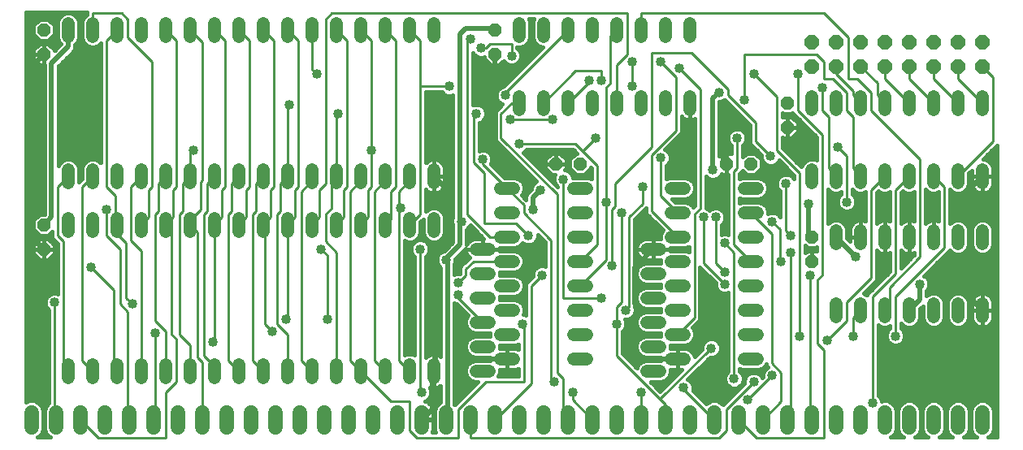
<source format=gbl>
G75*
%MOIN*%
%OFA0B0*%
%FSLAX24Y24*%
%IPPOS*%
%LPD*%
%AMOC8*
5,1,8,0,0,1.08239X$1,22.5*
%
%ADD10C,0.0600*%
%ADD11OC8,0.0520*%
%ADD12C,0.0520*%
%ADD13OC8,0.0600*%
%ADD14C,0.0200*%
%ADD15C,0.0400*%
%ADD16C,0.0160*%
%ADD17C,0.0100*%
D10*
X000680Y000880D02*
X000680Y001480D01*
X001680Y001480D02*
X001680Y000880D01*
X002680Y000880D02*
X002680Y001480D01*
X003680Y001480D02*
X003680Y000880D01*
X004680Y000880D02*
X004680Y001480D01*
X005680Y001480D02*
X005680Y000880D01*
X006680Y000880D02*
X006680Y001480D01*
X007680Y001480D02*
X007680Y000880D01*
X008680Y000880D02*
X008680Y001480D01*
X009680Y001480D02*
X009680Y000880D01*
X010680Y000880D02*
X010680Y001480D01*
X011680Y001480D02*
X011680Y000880D01*
X012680Y000880D02*
X012680Y001480D01*
X013680Y001480D02*
X013680Y000880D01*
X014680Y000880D02*
X014680Y001480D01*
X015680Y001480D02*
X015680Y000880D01*
X016680Y000880D02*
X016680Y001480D01*
X017680Y001480D02*
X017680Y000880D01*
X018680Y000880D02*
X018680Y001480D01*
X019680Y001480D02*
X019680Y000880D01*
X020680Y000880D02*
X020680Y001480D01*
X021680Y001480D02*
X021680Y000880D01*
X022680Y000880D02*
X022680Y001480D01*
X023680Y001480D02*
X023680Y000880D01*
X024680Y000880D02*
X024680Y001480D01*
X025680Y001480D02*
X025680Y000880D01*
X026680Y000880D02*
X026680Y001480D01*
X027680Y001480D02*
X027680Y000880D01*
X028680Y000880D02*
X028680Y001480D01*
X029680Y001480D02*
X029680Y000880D01*
X030680Y000880D02*
X030680Y001480D01*
X031680Y001480D02*
X031680Y000880D01*
X032680Y000880D02*
X032680Y001480D01*
X033680Y001480D02*
X033680Y000880D01*
X034680Y000880D02*
X034680Y001480D01*
X035680Y001480D02*
X035680Y000880D01*
X036680Y000880D02*
X036680Y001480D01*
X037680Y001480D02*
X037680Y000880D01*
X038680Y000880D02*
X038680Y001480D01*
X039680Y001480D02*
X039680Y000880D01*
D11*
X032680Y007680D03*
X032680Y008680D03*
X030180Y011680D03*
X029180Y011680D03*
X031680Y013180D03*
X031680Y014180D03*
X023180Y011680D03*
X022180Y011680D03*
X019680Y016180D03*
X019680Y017180D03*
X001180Y017180D03*
X001180Y016180D03*
X001180Y009180D03*
X001180Y008180D03*
D12*
X002180Y008920D02*
X002180Y009440D01*
X003180Y009440D02*
X003180Y008920D01*
X004180Y008920D02*
X004180Y009440D01*
X005180Y009440D02*
X005180Y008920D01*
X006180Y008920D02*
X006180Y009440D01*
X007180Y009440D02*
X007180Y008920D01*
X008180Y008920D02*
X008180Y009440D01*
X009180Y009440D02*
X009180Y008920D01*
X010180Y008920D02*
X010180Y009440D01*
X011180Y009440D02*
X011180Y008920D01*
X012180Y008920D02*
X012180Y009440D01*
X013180Y009440D02*
X013180Y008920D01*
X014180Y008920D02*
X014180Y009440D01*
X015180Y009440D02*
X015180Y008920D01*
X016180Y008920D02*
X016180Y009440D01*
X017180Y009440D02*
X017180Y008920D01*
X018920Y008180D02*
X019440Y008180D01*
X019920Y007680D02*
X020440Y007680D01*
X019440Y007180D02*
X018920Y007180D01*
X019920Y006680D02*
X020440Y006680D01*
X019440Y006180D02*
X018920Y006180D01*
X019920Y005680D02*
X020440Y005680D01*
X019440Y005180D02*
X018920Y005180D01*
X019920Y004680D02*
X020440Y004680D01*
X019440Y004180D02*
X018920Y004180D01*
X019920Y003680D02*
X020440Y003680D01*
X019440Y003180D02*
X018920Y003180D01*
X017180Y002920D02*
X017180Y003440D01*
X016180Y003440D02*
X016180Y002920D01*
X015180Y002920D02*
X015180Y003440D01*
X014180Y003440D02*
X014180Y002920D01*
X013180Y002920D02*
X013180Y003440D01*
X012180Y003440D02*
X012180Y002920D01*
X011180Y002920D02*
X011180Y003440D01*
X010180Y003440D02*
X010180Y002920D01*
X009180Y002920D02*
X009180Y003440D01*
X008180Y003440D02*
X008180Y002920D01*
X007180Y002920D02*
X007180Y003440D01*
X006180Y003440D02*
X006180Y002920D01*
X005180Y002920D02*
X005180Y003440D01*
X004180Y003440D02*
X004180Y002920D01*
X003180Y002920D02*
X003180Y003440D01*
X002180Y003440D02*
X002180Y002920D01*
X019920Y008680D02*
X020440Y008680D01*
X020440Y009680D02*
X019920Y009680D01*
X019920Y010680D02*
X020440Y010680D01*
X022920Y010680D02*
X023440Y010680D01*
X023440Y009680D02*
X022920Y009680D01*
X022920Y008680D02*
X023440Y008680D01*
X023440Y007680D02*
X022920Y007680D01*
X022920Y006680D02*
X023440Y006680D01*
X023440Y005680D02*
X022920Y005680D01*
X022920Y004680D02*
X023440Y004680D01*
X023440Y003680D02*
X022920Y003680D01*
X025920Y003180D02*
X026440Y003180D01*
X026920Y003680D02*
X027440Y003680D01*
X026440Y004180D02*
X025920Y004180D01*
X026920Y004680D02*
X027440Y004680D01*
X026440Y005180D02*
X025920Y005180D01*
X026920Y005680D02*
X027440Y005680D01*
X026440Y006180D02*
X025920Y006180D01*
X026920Y006680D02*
X027440Y006680D01*
X026440Y007180D02*
X025920Y007180D01*
X026920Y007680D02*
X027440Y007680D01*
X026440Y008180D02*
X025920Y008180D01*
X026920Y008680D02*
X027440Y008680D01*
X027440Y009680D02*
X026920Y009680D01*
X026920Y010680D02*
X027440Y010680D01*
X029920Y010680D02*
X030440Y010680D01*
X032680Y010920D02*
X032680Y011440D01*
X033680Y011440D02*
X033680Y010920D01*
X034680Y010920D02*
X034680Y011440D01*
X035680Y011440D02*
X035680Y010920D01*
X036680Y010920D02*
X036680Y011440D01*
X037680Y011440D02*
X037680Y010920D01*
X038680Y010920D02*
X038680Y011440D01*
X039680Y011440D02*
X039680Y010920D01*
X039680Y008940D02*
X039680Y008420D01*
X038680Y008420D02*
X038680Y008940D01*
X037680Y008940D02*
X037680Y008420D01*
X036680Y008420D02*
X036680Y008940D01*
X035680Y008940D02*
X035680Y008420D01*
X034680Y008420D02*
X034680Y008940D01*
X033680Y008940D02*
X033680Y008420D01*
X030440Y008680D02*
X029920Y008680D01*
X029920Y009680D02*
X030440Y009680D01*
X030440Y007680D02*
X029920Y007680D01*
X029920Y006680D02*
X030440Y006680D01*
X030440Y005680D02*
X029920Y005680D01*
X029920Y004680D02*
X030440Y004680D01*
X030440Y003680D02*
X029920Y003680D01*
X033680Y005420D02*
X033680Y005940D01*
X034680Y005940D02*
X034680Y005420D01*
X035680Y005420D02*
X035680Y005940D01*
X036680Y005940D02*
X036680Y005420D01*
X037680Y005420D02*
X037680Y005940D01*
X038680Y005940D02*
X038680Y005420D01*
X039680Y005420D02*
X039680Y005940D01*
X039680Y013920D02*
X039680Y014440D01*
X038680Y014440D02*
X038680Y013920D01*
X037680Y013920D02*
X037680Y014440D01*
X036680Y014440D02*
X036680Y013920D01*
X035680Y013920D02*
X035680Y014440D01*
X034680Y014440D02*
X034680Y013920D01*
X033680Y013920D02*
X033680Y014440D01*
X032680Y014440D02*
X032680Y013920D01*
X027680Y013920D02*
X027680Y014440D01*
X026680Y014440D02*
X026680Y013920D01*
X025680Y013920D02*
X025680Y014440D01*
X024680Y014440D02*
X024680Y013920D01*
X023680Y013920D02*
X023680Y014440D01*
X022680Y014440D02*
X022680Y013920D01*
X021680Y013920D02*
X021680Y014440D01*
X020680Y014440D02*
X020680Y013920D01*
X017180Y011440D02*
X017180Y010920D01*
X016180Y010920D02*
X016180Y011440D01*
X015180Y011440D02*
X015180Y010920D01*
X014180Y010920D02*
X014180Y011440D01*
X013180Y011440D02*
X013180Y010920D01*
X012180Y010920D02*
X012180Y011440D01*
X011180Y011440D02*
X011180Y010920D01*
X010180Y010920D02*
X010180Y011440D01*
X009180Y011440D02*
X009180Y010920D01*
X008180Y010920D02*
X008180Y011440D01*
X007180Y011440D02*
X007180Y010920D01*
X006180Y010920D02*
X006180Y011440D01*
X005180Y011440D02*
X005180Y010920D01*
X004180Y010920D02*
X004180Y011440D01*
X003180Y011440D02*
X003180Y010920D01*
X002180Y010920D02*
X002180Y011440D01*
X002180Y016920D02*
X002180Y017440D01*
X003180Y017440D02*
X003180Y016920D01*
X004180Y016920D02*
X004180Y017440D01*
X005180Y017440D02*
X005180Y016920D01*
X006180Y016920D02*
X006180Y017440D01*
X007180Y017440D02*
X007180Y016920D01*
X008180Y016920D02*
X008180Y017440D01*
X009180Y017440D02*
X009180Y016920D01*
X010180Y016920D02*
X010180Y017440D01*
X011180Y017440D02*
X011180Y016920D01*
X012180Y016920D02*
X012180Y017440D01*
X013180Y017440D02*
X013180Y016920D01*
X014180Y016920D02*
X014180Y017440D01*
X015180Y017440D02*
X015180Y016920D01*
X016180Y016920D02*
X016180Y017440D01*
X017180Y017440D02*
X017180Y016920D01*
X020680Y016920D02*
X020680Y017440D01*
X021680Y017440D02*
X021680Y016920D01*
X022680Y016920D02*
X022680Y017440D01*
X023680Y017440D02*
X023680Y016920D01*
X024680Y016920D02*
X024680Y017440D01*
X025680Y017440D02*
X025680Y016920D01*
X026680Y016920D02*
X026680Y017440D01*
X027680Y017440D02*
X027680Y016920D01*
D13*
X032680Y016680D03*
X033680Y016680D03*
X034680Y016680D03*
X035680Y016680D03*
X036680Y016680D03*
X037680Y016680D03*
X038680Y016680D03*
X039680Y016680D03*
X039680Y015680D03*
X038680Y015680D03*
X037680Y015680D03*
X036680Y015680D03*
X035680Y015680D03*
X034680Y015680D03*
X033680Y015680D03*
X032680Y015680D03*
D14*
X028868Y014618D02*
X028618Y014368D01*
X028618Y011430D01*
X029055Y011805D02*
X029180Y011680D01*
X029055Y011805D02*
X029055Y013180D01*
X029993Y013180D01*
X029055Y013180D02*
X029055Y013930D01*
X021555Y010618D02*
X021243Y010305D01*
X021243Y009805D01*
X018305Y009305D02*
X018243Y009305D01*
X018243Y008368D01*
X017743Y007868D01*
X017743Y007743D01*
X017680Y007743D01*
X017743Y007743D02*
X017743Y001243D01*
X017680Y001180D01*
X017118Y001618D02*
X016680Y001180D01*
X017118Y001618D02*
X017118Y003118D01*
X017180Y003180D01*
X017243Y003243D01*
X017243Y007993D01*
X017805Y008555D01*
X017680Y008680D01*
X017680Y010680D01*
X017180Y011180D01*
X019680Y011680D02*
X019680Y016180D01*
X018493Y017243D02*
X018243Y016993D01*
X018243Y009305D01*
X025430Y007430D02*
X025430Y005930D01*
X025493Y005868D01*
X025493Y005430D01*
X025430Y005368D01*
X025430Y003993D01*
X025743Y003680D01*
X027180Y003680D01*
X020180Y003680D02*
X018180Y003680D01*
X018180Y002680D01*
X025430Y007430D02*
X026180Y008180D01*
X032555Y008805D02*
X032555Y010055D01*
X032555Y008805D02*
X032680Y008680D01*
X033680Y008680D02*
X034493Y007868D01*
X037118Y006743D02*
X037118Y006118D01*
X036680Y005680D01*
X039180Y006180D02*
X039680Y005680D01*
X039180Y006180D02*
X039180Y010680D01*
X039680Y011180D01*
X019680Y017180D02*
X019680Y017243D01*
X018493Y017243D01*
X002180Y017180D02*
X002180Y016493D01*
X001493Y015805D01*
X001493Y009493D01*
X001180Y009180D01*
X000680Y008680D02*
X000680Y015680D01*
X001180Y016180D01*
X000680Y008680D02*
X001180Y008180D01*
D15*
X003118Y007430D03*
X001618Y005993D03*
X004805Y005930D03*
X005743Y004743D03*
X008118Y004368D03*
X010555Y004805D03*
X011118Y005305D03*
X012805Y005305D03*
X018180Y006305D03*
X018180Y006805D03*
X017680Y007743D03*
X016618Y008180D03*
X017805Y008555D03*
X018305Y009305D03*
X015805Y009868D03*
X012555Y008180D03*
X019680Y011680D03*
X019180Y011868D03*
X020680Y012493D03*
X020305Y013493D03*
X018930Y013743D03*
X020118Y014493D03*
X022055Y013493D03*
X023805Y012743D03*
X026493Y011930D03*
X025743Y010743D03*
X024243Y010118D03*
X024868Y009680D03*
X022493Y011055D03*
X021555Y010618D03*
X021243Y009805D03*
X021055Y008743D03*
X024493Y007493D03*
X024055Y006180D03*
X025055Y005680D03*
X024680Y005118D03*
X028555Y004118D03*
X029493Y002868D03*
X030305Y002743D03*
X031055Y002993D03*
X030055Y001993D03*
X027430Y002493D03*
X025680Y002305D03*
X022868Y002305D03*
X022118Y002743D03*
X018180Y002680D03*
X016680Y002305D03*
X020805Y005118D03*
X021618Y007118D03*
X028243Y009493D03*
X028743Y009493D03*
X029118Y008430D03*
X031055Y009305D03*
X031805Y008743D03*
X031805Y008055D03*
X031430Y007680D03*
X032618Y007118D03*
X034493Y007868D03*
X037118Y006743D03*
X036118Y004618D03*
X034368Y004618D03*
X033305Y004430D03*
X032180Y004618D03*
X029118Y006743D03*
X029118Y007243D03*
X032555Y010055D03*
X034118Y010118D03*
X031618Y010868D03*
X030993Y011993D03*
X029618Y012743D03*
X029993Y013180D03*
X029055Y013930D03*
X029930Y014305D03*
X028868Y014618D03*
X030305Y015368D03*
X032118Y015368D03*
X033118Y014805D03*
X033743Y012368D03*
X028618Y011430D03*
X025305Y014868D03*
X024055Y015118D03*
X023555Y015118D03*
X025305Y015868D03*
X026493Y015868D03*
X027243Y015618D03*
X020368Y016118D03*
X019118Y016430D03*
X018680Y016805D03*
X017805Y014868D03*
X013243Y013743D03*
X011243Y014118D03*
X012368Y015368D03*
X014618Y012243D03*
X007305Y012243D03*
X003743Y009805D03*
X035180Y001868D03*
D16*
X000952Y000473D02*
X000920Y000460D01*
X001440Y000460D01*
X001408Y000473D01*
X001273Y000608D01*
X001200Y000785D01*
X001200Y001575D01*
X001273Y001752D01*
X001388Y001866D01*
X001388Y005685D01*
X001295Y005777D01*
X001238Y005917D01*
X001238Y006068D01*
X001295Y006208D01*
X001402Y006315D01*
X001542Y006372D01*
X001693Y006372D01*
X001763Y006344D01*
X001763Y008397D01*
X001647Y008513D01*
X001513Y008647D01*
X001513Y008890D01*
X001362Y008740D01*
X000998Y008740D01*
X000740Y008998D01*
X000740Y009362D01*
X000998Y009620D01*
X001213Y009620D01*
X001213Y015740D01*
X001180Y015740D01*
X001180Y016180D01*
X001180Y016180D01*
X001180Y016620D01*
X001362Y016620D01*
X001620Y016362D01*
X001620Y016328D01*
X001885Y016593D01*
X001807Y016671D01*
X001740Y016832D01*
X001740Y017528D01*
X001807Y017689D01*
X001931Y017813D01*
X002092Y017880D01*
X002268Y017880D01*
X002429Y017813D01*
X002553Y017689D01*
X002620Y017528D01*
X002620Y016832D01*
X002553Y016671D01*
X002460Y016578D01*
X002460Y016437D01*
X002417Y016334D01*
X002339Y016255D01*
X001772Y015689D01*
X001772Y011606D01*
X001807Y011689D01*
X001931Y011813D01*
X002092Y011880D01*
X002268Y011880D01*
X002429Y011813D01*
X002553Y011689D01*
X002620Y011528D01*
X002620Y010945D01*
X002740Y011065D01*
X002740Y011528D01*
X002807Y011689D01*
X002931Y011813D01*
X003092Y011880D01*
X003268Y011880D01*
X003429Y011813D01*
X003513Y011730D01*
X003513Y016630D01*
X003429Y016547D01*
X003268Y016480D01*
X003092Y016480D01*
X002931Y016547D01*
X002807Y016671D01*
X002740Y016832D01*
X002740Y017528D01*
X002807Y017689D01*
X002931Y017813D01*
X002950Y017821D01*
X002950Y017896D01*
X000460Y017896D01*
X000460Y001908D01*
X000585Y001960D01*
X000775Y001960D01*
X000952Y001887D01*
X001087Y001752D01*
X001160Y001575D01*
X001160Y000785D01*
X001087Y000608D01*
X000952Y000473D01*
X000976Y000497D02*
X001384Y000497D01*
X001253Y000656D02*
X001107Y000656D01*
X001160Y000814D02*
X001200Y000814D01*
X001200Y000973D02*
X001160Y000973D01*
X001160Y001131D02*
X001200Y001131D01*
X001200Y001290D02*
X001160Y001290D01*
X001160Y001448D02*
X001200Y001448D01*
X001213Y001607D02*
X001147Y001607D01*
X001074Y001765D02*
X001286Y001765D01*
X001388Y001924D02*
X000864Y001924D01*
X000496Y001924D02*
X000460Y001924D01*
X000460Y002082D02*
X001388Y002082D01*
X001388Y002241D02*
X000460Y002241D01*
X000460Y002399D02*
X001388Y002399D01*
X001388Y002558D02*
X000460Y002558D01*
X000460Y002716D02*
X001388Y002716D01*
X001388Y002875D02*
X000460Y002875D01*
X000460Y003033D02*
X001388Y003033D01*
X001388Y003192D02*
X000460Y003192D01*
X000460Y003350D02*
X001388Y003350D01*
X001388Y003509D02*
X000460Y003509D01*
X000460Y003667D02*
X001388Y003667D01*
X001388Y003826D02*
X000460Y003826D01*
X000460Y003984D02*
X001388Y003984D01*
X001388Y004143D02*
X000460Y004143D01*
X000460Y004301D02*
X001388Y004301D01*
X001388Y004460D02*
X000460Y004460D01*
X000460Y004618D02*
X001388Y004618D01*
X001388Y004777D02*
X000460Y004777D01*
X000460Y004935D02*
X001388Y004935D01*
X001388Y005094D02*
X000460Y005094D01*
X000460Y005252D02*
X001388Y005252D01*
X001388Y005411D02*
X000460Y005411D01*
X000460Y005569D02*
X001388Y005569D01*
X001345Y005728D02*
X000460Y005728D01*
X000460Y005886D02*
X001250Y005886D01*
X001238Y006045D02*
X000460Y006045D01*
X000460Y006203D02*
X001293Y006203D01*
X001515Y006362D02*
X000460Y006362D01*
X000460Y006520D02*
X001763Y006520D01*
X001763Y006362D02*
X001720Y006362D01*
X001763Y006679D02*
X000460Y006679D01*
X000460Y006837D02*
X001763Y006837D01*
X001763Y006996D02*
X000460Y006996D01*
X000460Y007154D02*
X001763Y007154D01*
X001763Y007313D02*
X000460Y007313D01*
X000460Y007471D02*
X001763Y007471D01*
X001763Y007630D02*
X000460Y007630D01*
X000460Y007788D02*
X000950Y007788D01*
X000998Y007740D02*
X000740Y007998D01*
X000740Y008180D01*
X001180Y008180D01*
X001180Y008180D01*
X001180Y008620D01*
X001362Y008620D01*
X001620Y008362D01*
X001620Y008180D01*
X001180Y008180D01*
X001180Y008180D01*
X001180Y008180D01*
X001180Y008620D01*
X000998Y008620D01*
X000740Y008362D01*
X000740Y008180D01*
X001180Y008180D01*
X001620Y008180D01*
X001620Y007998D01*
X001362Y007740D01*
X001180Y007740D01*
X001180Y008180D01*
X001180Y008180D01*
X001180Y007740D01*
X000998Y007740D01*
X001180Y007788D02*
X001180Y007788D01*
X001180Y007947D02*
X001180Y007947D01*
X001180Y008105D02*
X001180Y008105D01*
X001180Y008264D02*
X001180Y008264D01*
X001180Y008422D02*
X001180Y008422D01*
X001180Y008581D02*
X001180Y008581D01*
X001402Y008581D02*
X001579Y008581D01*
X001560Y008422D02*
X001738Y008422D01*
X001763Y008264D02*
X001620Y008264D01*
X001620Y008105D02*
X001763Y008105D01*
X001763Y007947D02*
X001569Y007947D01*
X001410Y007788D02*
X001763Y007788D01*
X000791Y007947D02*
X000460Y007947D01*
X000460Y008105D02*
X000740Y008105D01*
X000740Y008264D02*
X000460Y008264D01*
X000460Y008422D02*
X000800Y008422D01*
X000958Y008581D02*
X000460Y008581D01*
X000460Y008739D02*
X001513Y008739D01*
X000840Y008898D02*
X000460Y008898D01*
X000460Y009056D02*
X000740Y009056D01*
X000740Y009215D02*
X000460Y009215D01*
X000460Y009373D02*
X000751Y009373D01*
X000909Y009532D02*
X000460Y009532D01*
X000460Y009690D02*
X001213Y009690D01*
X001213Y009849D02*
X000460Y009849D01*
X000460Y010007D02*
X001213Y010007D01*
X001213Y010166D02*
X000460Y010166D01*
X000460Y010324D02*
X001213Y010324D01*
X001213Y010483D02*
X000460Y010483D01*
X000460Y010641D02*
X001213Y010641D01*
X001213Y010800D02*
X000460Y010800D01*
X000460Y010958D02*
X001213Y010958D01*
X001213Y011117D02*
X000460Y011117D01*
X000460Y011275D02*
X001213Y011275D01*
X001213Y011434D02*
X000460Y011434D01*
X000460Y011592D02*
X001213Y011592D01*
X001213Y011751D02*
X000460Y011751D01*
X000460Y011909D02*
X001213Y011909D01*
X001213Y012068D02*
X000460Y012068D01*
X000460Y012226D02*
X001213Y012226D01*
X001213Y012385D02*
X000460Y012385D01*
X000460Y012543D02*
X001213Y012543D01*
X001213Y012702D02*
X000460Y012702D01*
X000460Y012860D02*
X001213Y012860D01*
X001213Y013019D02*
X000460Y013019D01*
X000460Y013177D02*
X001213Y013177D01*
X001213Y013336D02*
X000460Y013336D01*
X000460Y013494D02*
X001213Y013494D01*
X001213Y013653D02*
X000460Y013653D01*
X000460Y013811D02*
X001213Y013811D01*
X001213Y013970D02*
X000460Y013970D01*
X000460Y014128D02*
X001213Y014128D01*
X001213Y014287D02*
X000460Y014287D01*
X000460Y014445D02*
X001213Y014445D01*
X001213Y014604D02*
X000460Y014604D01*
X000460Y014762D02*
X001213Y014762D01*
X001213Y014921D02*
X000460Y014921D01*
X000460Y015079D02*
X001213Y015079D01*
X001213Y015238D02*
X000460Y015238D01*
X000460Y015396D02*
X001213Y015396D01*
X001213Y015555D02*
X000460Y015555D01*
X000460Y015713D02*
X001213Y015713D01*
X001180Y015740D02*
X001180Y016180D01*
X001180Y016180D01*
X001180Y016180D01*
X000740Y016180D01*
X000740Y016362D01*
X000998Y016620D01*
X001180Y016620D01*
X001180Y016180D01*
X000740Y016180D01*
X000740Y015998D01*
X000998Y015740D01*
X001180Y015740D01*
X001180Y015872D02*
X001180Y015872D01*
X001180Y016030D02*
X001180Y016030D01*
X001180Y016189D02*
X001180Y016189D01*
X001180Y016347D02*
X001180Y016347D01*
X001180Y016506D02*
X001180Y016506D01*
X001477Y016506D02*
X001797Y016506D01*
X001814Y016664D02*
X000460Y016664D01*
X000460Y016506D02*
X000883Y016506D01*
X000740Y016347D02*
X000460Y016347D01*
X000460Y016189D02*
X000740Y016189D01*
X000740Y016030D02*
X000460Y016030D01*
X000460Y015872D02*
X000866Y015872D01*
X001797Y015713D02*
X003513Y015713D01*
X003513Y015555D02*
X001772Y015555D01*
X001772Y015396D02*
X003513Y015396D01*
X003513Y015238D02*
X001772Y015238D01*
X001772Y015079D02*
X003513Y015079D01*
X003513Y014921D02*
X001772Y014921D01*
X001772Y014762D02*
X003513Y014762D01*
X003513Y014604D02*
X001772Y014604D01*
X001772Y014445D02*
X003513Y014445D01*
X003513Y014287D02*
X001772Y014287D01*
X001772Y014128D02*
X003513Y014128D01*
X003513Y013970D02*
X001772Y013970D01*
X001772Y013811D02*
X003513Y013811D01*
X003513Y013653D02*
X001772Y013653D01*
X001772Y013494D02*
X003513Y013494D01*
X003513Y013336D02*
X001772Y013336D01*
X001772Y013177D02*
X003513Y013177D01*
X003513Y013019D02*
X001772Y013019D01*
X001772Y012860D02*
X003513Y012860D01*
X003513Y012702D02*
X001772Y012702D01*
X001772Y012543D02*
X003513Y012543D01*
X003513Y012385D02*
X001772Y012385D01*
X001772Y012226D02*
X003513Y012226D01*
X003513Y012068D02*
X001772Y012068D01*
X001772Y011909D02*
X003513Y011909D01*
X003513Y011751D02*
X003492Y011751D01*
X002868Y011751D02*
X002492Y011751D01*
X002593Y011592D02*
X002767Y011592D01*
X002740Y011434D02*
X002620Y011434D01*
X002620Y011275D02*
X002740Y011275D01*
X002740Y011117D02*
X002620Y011117D01*
X002620Y010958D02*
X002633Y010958D01*
X001868Y011751D02*
X001772Y011751D01*
X001955Y015872D02*
X003513Y015872D01*
X003513Y016030D02*
X002114Y016030D01*
X002272Y016189D02*
X003513Y016189D01*
X003513Y016347D02*
X002423Y016347D01*
X002460Y016506D02*
X003031Y016506D01*
X002814Y016664D02*
X002546Y016664D01*
X002616Y016823D02*
X002744Y016823D01*
X002740Y016981D02*
X002620Y016981D01*
X002620Y017140D02*
X002740Y017140D01*
X002740Y017298D02*
X002620Y017298D01*
X002620Y017457D02*
X002740Y017457D01*
X002776Y017615D02*
X002584Y017615D01*
X002469Y017774D02*
X002891Y017774D01*
X001891Y017774D02*
X000460Y017774D01*
X000460Y017615D02*
X000993Y017615D01*
X000998Y017620D02*
X000740Y017362D01*
X000740Y016998D01*
X000998Y016740D01*
X001362Y016740D01*
X001620Y016998D01*
X001620Y017362D01*
X001362Y017620D01*
X000998Y017620D01*
X000834Y017457D02*
X000460Y017457D01*
X000460Y017298D02*
X000740Y017298D01*
X000740Y017140D02*
X000460Y017140D01*
X000460Y016981D02*
X000757Y016981D01*
X000915Y016823D02*
X000460Y016823D01*
X001445Y016823D02*
X001744Y016823D01*
X001740Y016981D02*
X001603Y016981D01*
X001620Y017140D02*
X001740Y017140D01*
X001740Y017298D02*
X001620Y017298D01*
X001526Y017457D02*
X001740Y017457D01*
X001776Y017615D02*
X001367Y017615D01*
X001620Y016347D02*
X001639Y016347D01*
X003329Y016506D02*
X003513Y016506D01*
X016847Y014638D02*
X016847Y011730D01*
X016893Y011776D01*
X016949Y011816D01*
X017011Y011848D01*
X017077Y011869D01*
X017145Y011880D01*
X017180Y011880D01*
X017180Y011180D01*
X017180Y011180D01*
X017620Y011180D01*
X017620Y011475D01*
X017609Y011543D01*
X017588Y011609D01*
X017556Y011671D01*
X017516Y011727D01*
X017467Y011776D01*
X017411Y011816D01*
X017349Y011848D01*
X017283Y011869D01*
X017215Y011880D01*
X017180Y011880D01*
X017180Y011180D01*
X017180Y011180D01*
X017620Y011180D01*
X017620Y010885D01*
X017609Y010817D01*
X017588Y010751D01*
X017556Y010689D01*
X017516Y010633D01*
X017467Y010584D01*
X017411Y010544D01*
X017349Y010512D01*
X017283Y010491D01*
X017215Y010480D01*
X017180Y010480D01*
X017180Y011180D01*
X017180Y011180D01*
X017180Y010480D01*
X017145Y010480D01*
X017077Y010491D01*
X017011Y010512D01*
X016949Y010544D01*
X016893Y010584D01*
X016847Y010630D01*
X016847Y009730D01*
X016931Y009813D01*
X017092Y009880D01*
X017268Y009880D01*
X017429Y009813D01*
X017553Y009689D01*
X017620Y009528D01*
X017620Y008832D01*
X017553Y008671D01*
X017429Y008547D01*
X017268Y008480D01*
X017092Y008480D01*
X016931Y008547D01*
X016807Y008671D01*
X016740Y008832D01*
X016740Y009415D01*
X016713Y009388D01*
X016620Y009295D01*
X016620Y008832D01*
X016553Y008671D01*
X016429Y008547D01*
X016268Y008480D01*
X016092Y008480D01*
X015972Y008530D01*
X015972Y003830D01*
X016092Y003880D01*
X016268Y003880D01*
X016388Y003830D01*
X016388Y007873D01*
X016295Y007965D01*
X016238Y008104D01*
X016238Y008256D01*
X016295Y008395D01*
X016402Y008502D01*
X016542Y008560D01*
X016693Y008560D01*
X016833Y008502D01*
X016940Y008395D01*
X016997Y008256D01*
X016997Y008104D01*
X016940Y007965D01*
X016847Y007873D01*
X016847Y003730D01*
X016893Y003776D01*
X016949Y003816D01*
X017011Y003848D01*
X017077Y003869D01*
X017145Y003880D01*
X017180Y003880D01*
X017180Y003180D01*
X017180Y003180D01*
X017180Y002480D01*
X017215Y002480D01*
X017283Y002491D01*
X017349Y002512D01*
X017411Y002544D01*
X017463Y002581D01*
X017463Y001909D01*
X017408Y001887D01*
X017273Y001752D01*
X017200Y001575D01*
X017200Y000785D01*
X017252Y000660D01*
X017107Y000660D01*
X017125Y000696D01*
X017148Y000768D01*
X017160Y000842D01*
X017160Y001160D01*
X016700Y001160D01*
X016700Y001200D01*
X017160Y001200D01*
X017160Y001518D01*
X017148Y001592D01*
X017125Y001664D01*
X017091Y001732D01*
X017046Y001793D01*
X016993Y001846D01*
X016932Y001891D01*
X016864Y001925D01*
X016803Y001945D01*
X016895Y001983D01*
X017002Y002090D01*
X017060Y002229D01*
X017060Y002381D01*
X017004Y002516D01*
X017011Y002512D01*
X017077Y002491D01*
X017145Y002480D01*
X017180Y002480D01*
X017180Y003180D01*
X017180Y003180D01*
X017180Y003880D01*
X017215Y003880D01*
X017283Y003869D01*
X017349Y003848D01*
X017411Y003816D01*
X017463Y003779D01*
X017463Y007423D01*
X017358Y007527D01*
X017300Y007667D01*
X017300Y007818D01*
X017358Y007958D01*
X017465Y008065D01*
X017599Y008120D01*
X017963Y008483D01*
X017963Y009139D01*
X017925Y009229D01*
X017925Y009381D01*
X017963Y009471D01*
X017963Y014521D01*
X017881Y014488D01*
X017729Y014488D01*
X017590Y014545D01*
X017498Y014638D01*
X016847Y014638D01*
X016847Y014604D02*
X017532Y014604D01*
X017963Y014445D02*
X016847Y014445D01*
X016847Y014287D02*
X017963Y014287D01*
X017963Y014128D02*
X016847Y014128D01*
X016847Y013970D02*
X017963Y013970D01*
X017963Y013811D02*
X016847Y013811D01*
X016847Y013653D02*
X017963Y013653D01*
X017963Y013494D02*
X016847Y013494D01*
X016847Y013336D02*
X017963Y013336D01*
X017963Y013177D02*
X016847Y013177D01*
X016847Y013019D02*
X017963Y013019D01*
X017963Y012860D02*
X016847Y012860D01*
X016847Y012702D02*
X017963Y012702D01*
X017963Y012543D02*
X016847Y012543D01*
X016847Y012385D02*
X017963Y012385D01*
X017963Y012226D02*
X016847Y012226D01*
X016847Y012068D02*
X017963Y012068D01*
X017963Y011909D02*
X016847Y011909D01*
X016847Y011751D02*
X016868Y011751D01*
X017180Y011751D02*
X017180Y011751D01*
X017180Y011592D02*
X017180Y011592D01*
X017180Y011434D02*
X017180Y011434D01*
X017180Y011275D02*
X017180Y011275D01*
X017180Y011117D02*
X017180Y011117D01*
X017180Y010958D02*
X017180Y010958D01*
X017180Y010800D02*
X017180Y010800D01*
X017180Y010641D02*
X017180Y010641D01*
X017180Y010483D02*
X017180Y010483D01*
X017231Y010483D02*
X017963Y010483D01*
X017963Y010641D02*
X017521Y010641D01*
X017603Y010800D02*
X017963Y010800D01*
X017963Y010958D02*
X017620Y010958D01*
X017620Y011117D02*
X017963Y011117D01*
X017963Y011275D02*
X017620Y011275D01*
X017620Y011434D02*
X017963Y011434D01*
X017963Y011592D02*
X017593Y011592D01*
X017492Y011751D02*
X017963Y011751D01*
X019035Y012219D02*
X019035Y013375D01*
X019145Y013420D01*
X019252Y013527D01*
X019310Y013667D01*
X019310Y013818D01*
X019252Y013958D01*
X019145Y014065D01*
X019006Y014122D01*
X018854Y014122D01*
X018785Y014094D01*
X018785Y016240D01*
X018795Y016215D01*
X018902Y016108D01*
X019042Y016050D01*
X019193Y016050D01*
X019240Y016069D01*
X019240Y015998D01*
X019498Y015740D01*
X019680Y015740D01*
X019862Y015740D01*
X020039Y015917D01*
X020045Y015902D01*
X020152Y015795D01*
X020292Y015738D01*
X020443Y015738D01*
X020583Y015795D01*
X020690Y015902D01*
X020747Y016042D01*
X020747Y016193D01*
X020690Y016333D01*
X020597Y016425D01*
X020597Y016480D01*
X020768Y016480D01*
X020929Y016547D01*
X021053Y016671D01*
X021120Y016832D01*
X021120Y017528D01*
X021074Y017638D01*
X021286Y017638D01*
X021240Y017528D01*
X021240Y016832D01*
X021307Y016671D01*
X021431Y016547D01*
X021592Y016480D01*
X021655Y016480D01*
X020047Y014872D01*
X020042Y014872D01*
X019902Y014815D01*
X019795Y014708D01*
X019738Y014568D01*
X019738Y014417D01*
X019795Y014277D01*
X019902Y014170D01*
X019994Y014132D01*
X019835Y013972D01*
X019700Y013838D01*
X019700Y012647D01*
X021388Y010960D01*
X021340Y010940D01*
X021233Y010833D01*
X021175Y010693D01*
X021175Y010633D01*
X021005Y010464D01*
X020963Y010361D01*
X020963Y010223D01*
X020784Y010402D01*
X020813Y010431D01*
X020880Y010592D01*
X020880Y010768D01*
X020813Y010929D01*
X020689Y011053D01*
X020528Y011120D01*
X020065Y011120D01*
X019511Y011674D01*
X019560Y011792D01*
X019560Y011943D01*
X019502Y012083D01*
X019395Y012190D01*
X019256Y012247D01*
X019104Y012247D01*
X019035Y012219D01*
X019035Y012226D02*
X019053Y012226D01*
X019035Y012385D02*
X019963Y012385D01*
X019804Y012543D02*
X019035Y012543D01*
X019035Y012702D02*
X019700Y012702D01*
X019700Y012860D02*
X019035Y012860D01*
X019035Y013019D02*
X019700Y013019D01*
X019700Y013177D02*
X019035Y013177D01*
X019035Y013336D02*
X019700Y013336D01*
X019700Y013494D02*
X019219Y013494D01*
X019304Y013653D02*
X019700Y013653D01*
X019700Y013811D02*
X019310Y013811D01*
X019240Y013970D02*
X019832Y013970D01*
X019990Y014128D02*
X018785Y014128D01*
X018785Y014287D02*
X019792Y014287D01*
X019738Y014445D02*
X018785Y014445D01*
X018785Y014604D02*
X019752Y014604D01*
X019850Y014762D02*
X018785Y014762D01*
X018785Y014921D02*
X020095Y014921D01*
X020254Y015079D02*
X018785Y015079D01*
X018785Y015238D02*
X020412Y015238D01*
X020571Y015396D02*
X018785Y015396D01*
X018785Y015555D02*
X020729Y015555D01*
X020888Y015713D02*
X018785Y015713D01*
X018785Y015872D02*
X019366Y015872D01*
X019240Y016030D02*
X018785Y016030D01*
X018785Y016189D02*
X018822Y016189D01*
X019680Y016180D02*
X019680Y016180D01*
X019680Y015740D01*
X019680Y016180D01*
X019680Y016030D02*
X019680Y016030D01*
X019680Y015872D02*
X019680Y015872D01*
X019994Y015872D02*
X020076Y015872D01*
X020659Y015872D02*
X021046Y015872D01*
X021205Y016030D02*
X020743Y016030D01*
X020747Y016189D02*
X021363Y016189D01*
X021522Y016347D02*
X020675Y016347D01*
X020829Y016506D02*
X021531Y016506D01*
X021314Y016664D02*
X021046Y016664D01*
X021116Y016823D02*
X021244Y016823D01*
X021240Y016981D02*
X021120Y016981D01*
X021120Y017140D02*
X021240Y017140D01*
X021240Y017298D02*
X021120Y017298D01*
X021120Y017457D02*
X021240Y017457D01*
X021276Y017615D02*
X021084Y017615D01*
X027680Y014180D02*
X027680Y014180D01*
X027680Y013480D01*
X027715Y013480D01*
X027783Y013491D01*
X027849Y013512D01*
X027888Y013532D01*
X027888Y009963D01*
X027825Y009900D01*
X027813Y009929D01*
X027689Y010053D01*
X027528Y010120D01*
X027065Y010120D01*
X026945Y010240D01*
X027528Y010240D01*
X027689Y010307D01*
X027813Y010431D01*
X027880Y010592D01*
X027880Y010768D01*
X027813Y010929D01*
X027689Y011053D01*
X027528Y011120D01*
X026832Y011120D01*
X026722Y011074D01*
X026722Y011623D01*
X026815Y011715D01*
X026872Y011854D01*
X026872Y012006D01*
X026815Y012145D01*
X026708Y012252D01*
X026660Y012272D01*
X027347Y012960D01*
X027347Y013630D01*
X027393Y013584D01*
X027449Y013544D01*
X027511Y013512D01*
X027577Y013491D01*
X027645Y013480D01*
X027680Y013480D01*
X027680Y014180D01*
X027680Y014128D02*
X027680Y014128D01*
X027680Y013970D02*
X027680Y013970D01*
X027680Y013811D02*
X027680Y013811D01*
X027680Y013653D02*
X027680Y013653D01*
X027680Y013494D02*
X027680Y013494D01*
X027793Y013494D02*
X027888Y013494D01*
X027888Y013336D02*
X027347Y013336D01*
X027347Y013494D02*
X027567Y013494D01*
X027347Y013177D02*
X027888Y013177D01*
X027888Y013019D02*
X027347Y013019D01*
X027248Y012860D02*
X027888Y012860D01*
X027888Y012702D02*
X027089Y012702D01*
X026931Y012543D02*
X027888Y012543D01*
X027888Y012385D02*
X026772Y012385D01*
X026734Y012226D02*
X027888Y012226D01*
X027888Y012068D02*
X026847Y012068D01*
X026872Y011909D02*
X027888Y011909D01*
X027888Y011751D02*
X026829Y011751D01*
X026722Y011592D02*
X027888Y011592D01*
X027888Y011434D02*
X026722Y011434D01*
X026722Y011275D02*
X027888Y011275D01*
X027888Y011117D02*
X027536Y011117D01*
X027784Y010958D02*
X027888Y010958D01*
X027888Y010800D02*
X027867Y010800D01*
X027880Y010641D02*
X027888Y010641D01*
X027888Y010483D02*
X027834Y010483D01*
X027888Y010324D02*
X027706Y010324D01*
X027888Y010166D02*
X027020Y010166D01*
X027735Y010007D02*
X027888Y010007D01*
X028347Y010007D02*
X029263Y010007D01*
X029263Y009849D02*
X028876Y009849D01*
X028818Y009872D02*
X028667Y009872D01*
X028527Y009815D01*
X028492Y009780D01*
X028458Y009815D01*
X028347Y009860D01*
X028347Y011163D01*
X028402Y011108D01*
X028542Y011050D01*
X028693Y011050D01*
X028833Y011108D01*
X028940Y011215D01*
X028964Y011274D01*
X028998Y011240D01*
X029180Y011240D01*
X029263Y011240D01*
X029263Y008781D01*
X029193Y008810D01*
X029042Y008810D01*
X028972Y008781D01*
X028972Y009185D01*
X029065Y009277D01*
X029122Y009417D01*
X029122Y009568D01*
X029065Y009708D01*
X028958Y009815D01*
X028818Y009872D01*
X028609Y009849D02*
X028376Y009849D01*
X028347Y010166D02*
X029263Y010166D01*
X029263Y010324D02*
X028347Y010324D01*
X028347Y010483D02*
X029263Y010483D01*
X029263Y010641D02*
X028347Y010641D01*
X028347Y010800D02*
X029263Y010800D01*
X029263Y010958D02*
X028347Y010958D01*
X028347Y011117D02*
X028394Y011117D01*
X028841Y011117D02*
X029263Y011117D01*
X029180Y011240D02*
X029180Y011680D01*
X029180Y011680D01*
X029180Y012120D01*
X029362Y012120D01*
X029388Y012095D01*
X029388Y012435D01*
X029295Y012527D01*
X029238Y012667D01*
X029238Y012818D01*
X029295Y012958D01*
X029402Y013065D01*
X029542Y013122D01*
X029693Y013122D01*
X029833Y013065D01*
X029940Y012958D01*
X029997Y012818D01*
X029997Y012667D01*
X029940Y012527D01*
X029847Y012435D01*
X029847Y011970D01*
X029998Y012120D01*
X030362Y012120D01*
X030620Y011862D01*
X030620Y011498D01*
X030362Y011240D01*
X029998Y011240D01*
X029844Y011394D01*
X029722Y011272D01*
X029722Y011074D01*
X029832Y011120D01*
X030528Y011120D01*
X030689Y011053D01*
X030813Y010929D01*
X030880Y010768D01*
X030880Y010592D01*
X030813Y010431D01*
X030689Y010307D01*
X030528Y010240D01*
X029832Y010240D01*
X029722Y010286D01*
X029722Y010074D01*
X029832Y010120D01*
X030528Y010120D01*
X030689Y010053D01*
X030813Y009929D01*
X030880Y009768D01*
X030880Y009644D01*
X030979Y009685D01*
X031131Y009685D01*
X031270Y009627D01*
X031377Y009520D01*
X031388Y009495D01*
X031388Y010560D01*
X031295Y010652D01*
X031238Y010792D01*
X031238Y010943D01*
X031295Y011083D01*
X031402Y011190D01*
X031542Y011247D01*
X031693Y011247D01*
X031833Y011190D01*
X031940Y011083D01*
X031950Y011058D01*
X031950Y011210D01*
X031335Y011825D01*
X031315Y011777D01*
X031208Y011670D01*
X031068Y011613D01*
X030917Y011613D01*
X030777Y011670D01*
X030670Y011777D01*
X030613Y011917D01*
X030613Y012047D01*
X030272Y012388D01*
X030138Y012522D01*
X030138Y013272D01*
X029147Y014263D01*
X029099Y014311D01*
X029083Y014295D01*
X028943Y014238D01*
X028897Y014238D01*
X028897Y012020D01*
X028998Y012120D01*
X029180Y012120D01*
X029180Y011680D01*
X029180Y011680D01*
X029180Y011240D01*
X029180Y011275D02*
X029180Y011275D01*
X029180Y011434D02*
X029180Y011434D01*
X029180Y011592D02*
X029180Y011592D01*
X029180Y011751D02*
X029180Y011751D01*
X029180Y011909D02*
X029180Y011909D01*
X029180Y012068D02*
X029180Y012068D01*
X028945Y012068D02*
X028897Y012068D01*
X028897Y012226D02*
X029388Y012226D01*
X029388Y012385D02*
X028897Y012385D01*
X028897Y012543D02*
X029289Y012543D01*
X029238Y012702D02*
X028897Y012702D01*
X028897Y012860D02*
X029255Y012860D01*
X029356Y013019D02*
X028897Y013019D01*
X028897Y013177D02*
X030138Y013177D01*
X030138Y013019D02*
X029879Y013019D01*
X029980Y012860D02*
X030138Y012860D01*
X030138Y012702D02*
X029997Y012702D01*
X029946Y012543D02*
X030138Y012543D01*
X030275Y012385D02*
X029847Y012385D01*
X029847Y012226D02*
X030434Y012226D01*
X030415Y012068D02*
X030592Y012068D01*
X030573Y011909D02*
X030616Y011909D01*
X030620Y011751D02*
X030697Y011751D01*
X030620Y011592D02*
X031568Y011592D01*
X031726Y011434D02*
X030556Y011434D01*
X030397Y011275D02*
X031885Y011275D01*
X031906Y011117D02*
X031950Y011117D01*
X032253Y011558D02*
X031472Y012338D01*
X031472Y012765D01*
X031498Y012740D01*
X031680Y012740D01*
X031862Y012740D01*
X032120Y012998D01*
X032120Y013180D01*
X032120Y013362D01*
X031862Y013620D01*
X031680Y013620D01*
X031680Y013180D01*
X031680Y013180D01*
X032120Y013180D01*
X031680Y013180D01*
X031680Y013180D01*
X031680Y013620D01*
X031498Y013620D01*
X031472Y013595D01*
X031472Y013765D01*
X031498Y013740D01*
X031862Y013740D01*
X031891Y013769D01*
X032022Y013638D01*
X032888Y012772D01*
X032888Y011830D01*
X032768Y011880D01*
X032592Y011880D01*
X032431Y011813D01*
X032307Y011689D01*
X032253Y011558D01*
X032267Y011592D02*
X032218Y011592D01*
X032368Y011751D02*
X032060Y011751D01*
X031901Y011909D02*
X032888Y011909D01*
X032888Y012068D02*
X031743Y012068D01*
X031584Y012226D02*
X032888Y012226D01*
X032888Y012385D02*
X031472Y012385D01*
X031472Y012543D02*
X032888Y012543D01*
X032888Y012702D02*
X031472Y012702D01*
X031680Y012740D02*
X031680Y013180D01*
X031680Y012740D01*
X031680Y012860D02*
X031680Y012860D01*
X031680Y013019D02*
X031680Y013019D01*
X031680Y013177D02*
X031680Y013177D01*
X031680Y013180D02*
X031680Y013180D01*
X031680Y013336D02*
X031680Y013336D01*
X031680Y013494D02*
X031680Y013494D01*
X031472Y013653D02*
X032007Y013653D01*
X031988Y013494D02*
X032166Y013494D01*
X032120Y013336D02*
X032324Y013336D01*
X032483Y013177D02*
X032120Y013177D01*
X032120Y013019D02*
X032641Y013019D01*
X032800Y012860D02*
X031982Y012860D01*
X030074Y013336D02*
X028897Y013336D01*
X028897Y013494D02*
X029916Y013494D01*
X029757Y013653D02*
X028897Y013653D01*
X028897Y013811D02*
X029599Y013811D01*
X029440Y013970D02*
X028897Y013970D01*
X028897Y014128D02*
X029282Y014128D01*
X029123Y014287D02*
X029061Y014287D01*
X029847Y012068D02*
X029945Y012068D01*
X031288Y011751D02*
X031409Y011751D01*
X029963Y011275D02*
X029725Y011275D01*
X029722Y011117D02*
X029824Y011117D01*
X030536Y011117D02*
X031329Y011117D01*
X031244Y010958D02*
X030784Y010958D01*
X030867Y010800D02*
X031238Y010800D01*
X031307Y010641D02*
X030880Y010641D01*
X030834Y010483D02*
X031388Y010483D01*
X031388Y010324D02*
X030706Y010324D01*
X031388Y010166D02*
X029722Y010166D01*
X029263Y009690D02*
X029072Y009690D01*
X029122Y009532D02*
X029263Y009532D01*
X029263Y009373D02*
X029104Y009373D01*
X029002Y009215D02*
X029263Y009215D01*
X029263Y009056D02*
X028972Y009056D01*
X028972Y008898D02*
X029263Y008898D01*
X027638Y008286D02*
X027528Y008240D01*
X026876Y008240D01*
X026880Y008215D01*
X026880Y008180D01*
X026180Y008180D01*
X026180Y008180D01*
X026180Y008180D01*
X026180Y008620D01*
X026475Y008620D01*
X026480Y008619D01*
X026480Y008768D01*
X026547Y008929D01*
X026576Y008958D01*
X025888Y009647D01*
X025888Y009838D01*
X025888Y009875D01*
X025838Y009825D01*
X025410Y009397D01*
X025410Y005816D01*
X025435Y005756D01*
X025435Y005604D01*
X025377Y005465D01*
X025270Y005358D01*
X025131Y005300D01*
X025016Y005300D01*
X025060Y005193D01*
X025060Y005042D01*
X025002Y004902D01*
X024910Y004810D01*
X024910Y003900D01*
X025498Y003312D01*
X025547Y003429D01*
X025671Y003553D01*
X025832Y003620D01*
X026484Y003620D01*
X026480Y003645D01*
X026480Y003680D01*
X027180Y003680D01*
X027180Y003680D01*
X027180Y004120D01*
X027475Y004120D01*
X027543Y004109D01*
X027609Y004088D01*
X027671Y004056D01*
X027727Y004016D01*
X027776Y003967D01*
X027816Y003911D01*
X027848Y003849D01*
X027869Y003783D01*
X027873Y003761D01*
X028175Y004063D01*
X028175Y004193D01*
X028233Y004333D01*
X028340Y004440D01*
X028479Y004497D01*
X028631Y004497D01*
X028770Y004440D01*
X028877Y004333D01*
X028935Y004193D01*
X028935Y004042D01*
X028877Y003902D01*
X028770Y003795D01*
X028631Y003738D01*
X028500Y003738D01*
X027597Y002835D01*
X027645Y002815D01*
X027752Y002708D01*
X027810Y002568D01*
X027810Y002417D01*
X027798Y002387D01*
X028353Y001832D01*
X028408Y001887D01*
X028585Y001960D01*
X028775Y001960D01*
X028952Y001887D01*
X029038Y001801D01*
X029085Y001847D01*
X029925Y002688D01*
X029925Y002818D01*
X029983Y002958D01*
X030090Y003065D01*
X030229Y003122D01*
X030381Y003122D01*
X030520Y003065D01*
X030627Y002958D01*
X030647Y002910D01*
X030675Y002938D01*
X030675Y003068D01*
X030733Y003208D01*
X030840Y003315D01*
X030888Y003335D01*
X030825Y003397D01*
X030825Y003460D01*
X030813Y003431D01*
X030689Y003307D01*
X030528Y003240D01*
X029832Y003240D01*
X029722Y003286D01*
X029722Y003175D01*
X029815Y003083D01*
X029872Y002943D01*
X029872Y002792D01*
X029815Y002652D01*
X029708Y002545D01*
X029568Y002488D01*
X029417Y002488D01*
X029277Y002545D01*
X029170Y002652D01*
X029113Y002792D01*
X029113Y002943D01*
X029170Y003083D01*
X029263Y003175D01*
X029263Y006391D01*
X029193Y006363D01*
X029042Y006363D01*
X028902Y006420D01*
X028795Y006527D01*
X028738Y006667D01*
X028738Y006797D01*
X028147Y007388D01*
X028097Y007437D01*
X028097Y005272D01*
X027784Y004958D01*
X027813Y004929D01*
X027880Y004768D01*
X027880Y004592D01*
X027813Y004431D01*
X027689Y004307D01*
X027528Y004240D01*
X026880Y004240D01*
X026880Y004119D01*
X026885Y004120D01*
X027180Y004120D01*
X027180Y003680D01*
X027180Y003240D01*
X027352Y003240D01*
X026461Y002349D01*
X026070Y002740D01*
X026528Y002740D01*
X026689Y002807D01*
X026813Y002931D01*
X026880Y003092D01*
X026880Y003241D01*
X026885Y003240D01*
X027180Y003240D01*
X027180Y003680D01*
X027180Y003680D01*
X027180Y003680D01*
X026480Y003680D01*
X026480Y003715D01*
X026484Y003740D01*
X025832Y003740D01*
X025671Y003807D01*
X025547Y003931D01*
X025480Y004092D01*
X025480Y004268D01*
X025547Y004429D01*
X025671Y004553D01*
X025832Y004620D01*
X026480Y004620D01*
X026480Y004740D01*
X025832Y004740D01*
X025671Y004807D01*
X025547Y004931D01*
X025480Y005092D01*
X025480Y005268D01*
X025547Y005429D01*
X025671Y005553D01*
X025832Y005620D01*
X026480Y005620D01*
X026480Y005740D01*
X025832Y005740D01*
X025671Y005807D01*
X025547Y005931D01*
X025480Y006092D01*
X025480Y006268D01*
X025547Y006429D01*
X025671Y006553D01*
X025832Y006620D01*
X026480Y006620D01*
X026480Y006740D01*
X025832Y006740D01*
X025671Y006807D01*
X025547Y006931D01*
X025480Y007092D01*
X025480Y007268D01*
X025547Y007429D01*
X025671Y007553D01*
X025832Y007620D01*
X026480Y007620D01*
X026480Y007741D01*
X026475Y007740D01*
X026180Y007740D01*
X026180Y008180D01*
X026880Y008180D01*
X026880Y008145D01*
X026876Y008120D01*
X027528Y008120D01*
X027638Y008074D01*
X027638Y008286D01*
X027638Y008264D02*
X027584Y008264D01*
X027564Y008105D02*
X027638Y008105D01*
X026480Y007630D02*
X025410Y007630D01*
X025410Y007788D02*
X025720Y007788D01*
X025689Y007804D02*
X025751Y007772D01*
X025817Y007751D01*
X025885Y007740D01*
X026180Y007740D01*
X026180Y008180D01*
X026180Y008180D01*
X026180Y008180D01*
X025480Y008180D01*
X025480Y008215D01*
X025491Y008283D01*
X025512Y008349D01*
X025544Y008411D01*
X025584Y008467D01*
X025633Y008516D01*
X025689Y008556D01*
X025751Y008588D01*
X025817Y008609D01*
X025885Y008620D01*
X026180Y008620D01*
X026180Y008180D01*
X025480Y008180D01*
X025480Y008145D01*
X025491Y008077D01*
X025512Y008011D01*
X025544Y007949D01*
X025584Y007893D01*
X025633Y007844D01*
X025689Y007804D01*
X025546Y007947D02*
X025410Y007947D01*
X025410Y008105D02*
X025486Y008105D01*
X025488Y008264D02*
X025410Y008264D01*
X025410Y008422D02*
X025552Y008422D01*
X025410Y008581D02*
X025737Y008581D01*
X025410Y008739D02*
X026480Y008739D01*
X026534Y008898D02*
X025410Y008898D01*
X025410Y009056D02*
X026479Y009056D01*
X026320Y009215D02*
X025410Y009215D01*
X025410Y009373D02*
X026162Y009373D01*
X026003Y009532D02*
X025544Y009532D01*
X025703Y009690D02*
X025888Y009690D01*
X025888Y009849D02*
X025861Y009849D01*
X026180Y008581D02*
X026180Y008581D01*
X026180Y008422D02*
X026180Y008422D01*
X026180Y008264D02*
X026180Y008264D01*
X026180Y008105D02*
X026180Y008105D01*
X026180Y007947D02*
X026180Y007947D01*
X026180Y007788D02*
X026180Y007788D01*
X025589Y007471D02*
X025410Y007471D01*
X025410Y007313D02*
X025499Y007313D01*
X025480Y007154D02*
X025410Y007154D01*
X025410Y006996D02*
X025520Y006996D01*
X025410Y006837D02*
X025641Y006837D01*
X025410Y006679D02*
X026480Y006679D01*
X025638Y006520D02*
X025410Y006520D01*
X025410Y006362D02*
X025519Y006362D01*
X025480Y006203D02*
X025410Y006203D01*
X025410Y006045D02*
X025500Y006045D01*
X025410Y005886D02*
X025592Y005886D01*
X025435Y005728D02*
X026480Y005728D01*
X025709Y005569D02*
X025420Y005569D01*
X025323Y005411D02*
X025539Y005411D01*
X025480Y005252D02*
X025036Y005252D01*
X025060Y005094D02*
X025480Y005094D01*
X025545Y004935D02*
X025016Y004935D01*
X024910Y004777D02*
X025744Y004777D01*
X025828Y004618D02*
X024910Y004618D01*
X024910Y004460D02*
X025577Y004460D01*
X025494Y004301D02*
X024910Y004301D01*
X024910Y004143D02*
X025480Y004143D01*
X025525Y003984D02*
X024910Y003984D01*
X024985Y003826D02*
X025652Y003826D01*
X025626Y003509D02*
X025302Y003509D01*
X025143Y003667D02*
X026480Y003667D01*
X026880Y003192D02*
X027304Y003192D01*
X027180Y003350D02*
X027180Y003350D01*
X027180Y003509D02*
X027180Y003509D01*
X027180Y003667D02*
X027180Y003667D01*
X027180Y003826D02*
X027180Y003826D01*
X027180Y003984D02*
X027180Y003984D01*
X026880Y004143D02*
X028175Y004143D01*
X028220Y004301D02*
X027675Y004301D01*
X027825Y004460D02*
X028388Y004460D01*
X028722Y004460D02*
X029263Y004460D01*
X029263Y004618D02*
X027880Y004618D01*
X027876Y004777D02*
X029263Y004777D01*
X029263Y004935D02*
X027807Y004935D01*
X027919Y005094D02*
X029263Y005094D01*
X029263Y005252D02*
X028077Y005252D01*
X028097Y005411D02*
X029263Y005411D01*
X029263Y005569D02*
X028097Y005569D01*
X028097Y005728D02*
X029263Y005728D01*
X029263Y005886D02*
X028097Y005886D01*
X028097Y006045D02*
X029263Y006045D01*
X029263Y006203D02*
X028097Y006203D01*
X028097Y006362D02*
X029263Y006362D01*
X028803Y006520D02*
X028097Y006520D01*
X028097Y006679D02*
X028738Y006679D01*
X028698Y006837D02*
X028097Y006837D01*
X028097Y006996D02*
X028539Y006996D01*
X028381Y007154D02*
X028097Y007154D01*
X028097Y007313D02*
X028222Y007313D01*
X032410Y008032D02*
X032410Y008328D01*
X032498Y008240D01*
X032862Y008240D01*
X032888Y008265D01*
X032888Y008095D01*
X032862Y008120D01*
X032680Y008120D01*
X032680Y007680D01*
X032680Y007680D01*
X032680Y008120D01*
X032498Y008120D01*
X032410Y008032D01*
X032410Y008105D02*
X032483Y008105D01*
X032474Y008264D02*
X032410Y008264D01*
X032680Y008105D02*
X032680Y008105D01*
X032680Y007947D02*
X032680Y007947D01*
X032680Y007788D02*
X032680Y007788D01*
X032877Y008105D02*
X032888Y008105D01*
X032886Y008264D02*
X032888Y008264D01*
X034120Y008636D02*
X034240Y008516D01*
X034240Y008680D01*
X034680Y008680D01*
X034680Y008680D01*
X034680Y009380D01*
X034715Y009380D01*
X034783Y009369D01*
X034849Y009348D01*
X034888Y009328D01*
X034888Y010530D01*
X034768Y010480D01*
X034592Y010480D01*
X034431Y010547D01*
X034347Y010630D01*
X034347Y010425D01*
X034440Y010333D01*
X034497Y010193D01*
X034497Y010042D01*
X034440Y009902D01*
X034333Y009795D01*
X034193Y009738D01*
X034042Y009738D01*
X033902Y009795D01*
X033795Y009902D01*
X033738Y010042D01*
X033738Y010193D01*
X033795Y010333D01*
X033888Y010425D01*
X033888Y010530D01*
X033768Y010480D01*
X033592Y010480D01*
X033431Y010547D01*
X033347Y010630D01*
X033347Y009230D01*
X033431Y009313D01*
X033592Y009380D01*
X033768Y009380D01*
X033929Y009313D01*
X034053Y009189D01*
X034120Y009028D01*
X034120Y008636D01*
X034175Y008581D02*
X034240Y008581D01*
X034240Y008680D02*
X034680Y008680D01*
X034680Y008680D01*
X034680Y009380D01*
X034645Y009380D01*
X034577Y009369D01*
X034511Y009348D01*
X034449Y009316D01*
X034393Y009276D01*
X034344Y009227D01*
X034304Y009171D01*
X034272Y009109D01*
X034251Y009043D01*
X034240Y008975D01*
X034240Y008680D01*
X034240Y008739D02*
X034120Y008739D01*
X034120Y008898D02*
X034240Y008898D01*
X034255Y009056D02*
X034108Y009056D01*
X034028Y009215D02*
X034336Y009215D01*
X034601Y009373D02*
X033784Y009373D01*
X033576Y009373D02*
X033347Y009373D01*
X033347Y009532D02*
X034888Y009532D01*
X034888Y009690D02*
X033347Y009690D01*
X033347Y009849D02*
X033849Y009849D01*
X033752Y010007D02*
X033347Y010007D01*
X033347Y010166D02*
X033738Y010166D01*
X033792Y010324D02*
X033347Y010324D01*
X033347Y010483D02*
X033586Y010483D01*
X033774Y010483D02*
X033888Y010483D01*
X034347Y010483D02*
X034586Y010483D01*
X034774Y010483D02*
X034888Y010483D01*
X034888Y010324D02*
X034443Y010324D01*
X034497Y010166D02*
X034888Y010166D01*
X034888Y010007D02*
X034483Y010007D01*
X034386Y009849D02*
X034888Y009849D01*
X035347Y009849D02*
X035888Y009849D01*
X035888Y010007D02*
X035347Y010007D01*
X035347Y010166D02*
X035888Y010166D01*
X035888Y010324D02*
X035347Y010324D01*
X035347Y010483D02*
X035586Y010483D01*
X035592Y010480D02*
X035768Y010480D01*
X035888Y010530D01*
X035888Y009328D01*
X035849Y009348D01*
X035783Y009369D01*
X035715Y009380D01*
X035680Y009380D01*
X035680Y008680D01*
X035680Y008680D01*
X035680Y009380D01*
X035645Y009380D01*
X035577Y009369D01*
X035511Y009348D01*
X035449Y009316D01*
X035393Y009276D01*
X035347Y009230D01*
X035347Y010522D01*
X035402Y010576D01*
X035431Y010547D01*
X035592Y010480D01*
X035774Y010483D02*
X035888Y010483D01*
X036347Y010483D02*
X036586Y010483D01*
X036592Y010480D02*
X036768Y010480D01*
X036888Y010530D01*
X036888Y009328D01*
X036849Y009348D01*
X036783Y009369D01*
X036715Y009380D01*
X036680Y009380D01*
X036680Y008680D01*
X036680Y008680D01*
X036680Y007980D01*
X036715Y007980D01*
X036783Y007991D01*
X036849Y008012D01*
X036888Y008032D01*
X036888Y007963D01*
X036347Y007423D01*
X036347Y008130D01*
X036393Y008084D01*
X036449Y008044D01*
X036511Y008012D01*
X036577Y007991D01*
X036645Y007980D01*
X036680Y007980D01*
X036680Y008680D01*
X036680Y008680D01*
X036680Y009380D01*
X036645Y009380D01*
X036577Y009369D01*
X036511Y009348D01*
X036449Y009316D01*
X036393Y009276D01*
X036347Y009230D01*
X036347Y010522D01*
X036402Y010576D01*
X036431Y010547D01*
X036592Y010480D01*
X036774Y010483D02*
X036888Y010483D01*
X036888Y010324D02*
X036347Y010324D01*
X036347Y010166D02*
X036888Y010166D01*
X036888Y010007D02*
X036347Y010007D01*
X036347Y009849D02*
X036888Y009849D01*
X036888Y009690D02*
X036347Y009690D01*
X036347Y009532D02*
X036888Y009532D01*
X036888Y009373D02*
X036759Y009373D01*
X036680Y009373D02*
X036680Y009373D01*
X036601Y009373D02*
X036347Y009373D01*
X036680Y009215D02*
X036680Y009215D01*
X036680Y009056D02*
X036680Y009056D01*
X036680Y008898D02*
X036680Y008898D01*
X036680Y008739D02*
X036680Y008739D01*
X036680Y008581D02*
X036680Y008581D01*
X036680Y008422D02*
X036680Y008422D01*
X036680Y008264D02*
X036680Y008264D01*
X036680Y008105D02*
X036680Y008105D01*
X036871Y007947D02*
X036347Y007947D01*
X036347Y008105D02*
X036373Y008105D01*
X036347Y007788D02*
X036713Y007788D01*
X036554Y007630D02*
X036347Y007630D01*
X036347Y007471D02*
X036396Y007471D01*
X035888Y007471D02*
X035347Y007471D01*
X035347Y007313D02*
X035888Y007313D01*
X035888Y007275D02*
X035085Y006472D01*
X034950Y006338D01*
X034950Y006292D01*
X034929Y006313D01*
X034812Y006362D01*
X035347Y006897D01*
X035347Y007088D01*
X035347Y008130D01*
X035393Y008084D01*
X035449Y008044D01*
X035511Y008012D01*
X035577Y007991D01*
X035645Y007980D01*
X035680Y007980D01*
X035715Y007980D01*
X035783Y007991D01*
X035849Y008012D01*
X035888Y008032D01*
X035888Y007275D01*
X035766Y007154D02*
X035347Y007154D01*
X035347Y006996D02*
X035608Y006996D01*
X035449Y006837D02*
X035287Y006837D01*
X035291Y006679D02*
X035129Y006679D01*
X035132Y006520D02*
X034970Y006520D01*
X034974Y006362D02*
X034812Y006362D01*
X037120Y005724D02*
X037120Y005332D01*
X037053Y005171D01*
X036929Y005047D01*
X036768Y004980D01*
X036592Y004980D01*
X036431Y005047D01*
X036347Y005130D01*
X036347Y004925D01*
X036440Y004833D01*
X036497Y004693D01*
X036497Y004542D01*
X036440Y004402D01*
X036333Y004295D01*
X036193Y004238D01*
X036042Y004238D01*
X035902Y004295D01*
X035795Y004402D01*
X035738Y004542D01*
X035738Y004693D01*
X035795Y004833D01*
X035888Y004925D01*
X035888Y005030D01*
X035768Y004980D01*
X035592Y004980D01*
X035431Y005047D01*
X035410Y005068D01*
X035410Y002175D01*
X035502Y002083D01*
X035558Y001949D01*
X035585Y001960D01*
X035775Y001960D01*
X035952Y001887D01*
X036087Y001752D01*
X036160Y001575D01*
X036160Y000785D01*
X036087Y000608D01*
X035952Y000473D01*
X035920Y000460D01*
X036440Y000460D01*
X036408Y000473D01*
X036273Y000608D01*
X036200Y000785D01*
X036200Y001575D01*
X036273Y001752D01*
X036408Y001887D01*
X036585Y001960D01*
X036775Y001960D01*
X036952Y001887D01*
X037087Y001752D01*
X037160Y001575D01*
X037160Y000785D01*
X037087Y000608D01*
X036952Y000473D01*
X036920Y000460D01*
X037440Y000460D01*
X037408Y000473D01*
X037273Y000608D01*
X037200Y000785D01*
X037200Y001575D01*
X037273Y001752D01*
X037408Y001887D01*
X037585Y001960D01*
X037775Y001960D01*
X037952Y001887D01*
X038087Y001752D01*
X038160Y001575D01*
X038160Y000785D01*
X038087Y000608D01*
X037952Y000473D01*
X037920Y000460D01*
X038440Y000460D01*
X038408Y000473D01*
X038273Y000608D01*
X038200Y000785D01*
X038200Y001575D01*
X038273Y001752D01*
X038408Y001887D01*
X038585Y001960D01*
X038775Y001960D01*
X038952Y001887D01*
X039087Y001752D01*
X039160Y001575D01*
X039160Y000785D01*
X039087Y000608D01*
X038952Y000473D01*
X038920Y000460D01*
X039440Y000460D01*
X039408Y000473D01*
X039273Y000608D01*
X039200Y000785D01*
X039200Y001575D01*
X039273Y001752D01*
X039408Y001887D01*
X039585Y001960D01*
X039775Y001960D01*
X039952Y001887D01*
X040087Y001752D01*
X040160Y001575D01*
X040160Y000785D01*
X040087Y000608D01*
X039952Y000473D01*
X039920Y000460D01*
X040270Y000460D01*
X040270Y012445D01*
X040213Y012388D01*
X039705Y011880D01*
X039715Y011880D01*
X039783Y011869D01*
X039849Y011848D01*
X039911Y011816D01*
X039967Y011776D01*
X040016Y011727D01*
X040056Y011671D01*
X040088Y011609D01*
X040109Y011543D01*
X040120Y011475D01*
X040120Y011180D01*
X039680Y011180D01*
X039680Y011180D01*
X040120Y011180D01*
X040120Y010885D01*
X040109Y010817D01*
X040088Y010751D01*
X040056Y010689D01*
X040016Y010633D01*
X039967Y010584D01*
X039911Y010544D01*
X039849Y010512D01*
X039783Y010491D01*
X039715Y010480D01*
X039680Y010480D01*
X039680Y011180D01*
X039680Y011180D01*
X039680Y011180D01*
X039240Y011180D01*
X039240Y011415D01*
X039120Y011295D01*
X039120Y010832D01*
X039053Y010671D01*
X038929Y010547D01*
X038768Y010480D01*
X038592Y010480D01*
X038431Y010547D01*
X038347Y010630D01*
X038347Y009230D01*
X038431Y009313D01*
X038592Y009380D01*
X038768Y009380D01*
X038929Y009313D01*
X039053Y009189D01*
X039120Y009028D01*
X039120Y008332D01*
X039053Y008171D01*
X038929Y008047D01*
X038768Y007980D01*
X038592Y007980D01*
X038431Y008047D01*
X038339Y008139D01*
X037285Y007085D01*
X037333Y007065D01*
X037440Y006958D01*
X037497Y006818D01*
X037497Y006667D01*
X037440Y006527D01*
X037397Y006485D01*
X037397Y006280D01*
X037431Y006313D01*
X037592Y006380D01*
X037768Y006380D01*
X037929Y006313D01*
X038053Y006189D01*
X038120Y006028D01*
X038120Y005332D01*
X038053Y005171D01*
X037929Y005047D01*
X037768Y004980D01*
X037592Y004980D01*
X037431Y005047D01*
X037307Y005171D01*
X037240Y005332D01*
X037240Y005844D01*
X037120Y005724D01*
X037123Y005728D02*
X037240Y005728D01*
X037240Y005569D02*
X037120Y005569D01*
X037120Y005411D02*
X037240Y005411D01*
X037273Y005252D02*
X037087Y005252D01*
X036976Y005094D02*
X037384Y005094D01*
X037976Y005094D02*
X038384Y005094D01*
X038431Y005047D02*
X038307Y005171D01*
X038240Y005332D01*
X038240Y006028D01*
X038307Y006189D01*
X038431Y006313D01*
X038592Y006380D01*
X038768Y006380D01*
X038929Y006313D01*
X039053Y006189D01*
X039120Y006028D01*
X039120Y005332D01*
X039053Y005171D01*
X038929Y005047D01*
X038768Y004980D01*
X038592Y004980D01*
X038431Y005047D01*
X038273Y005252D02*
X038087Y005252D01*
X038120Y005411D02*
X038240Y005411D01*
X038240Y005569D02*
X038120Y005569D01*
X038120Y005728D02*
X038240Y005728D01*
X038240Y005886D02*
X038120Y005886D01*
X038113Y006045D02*
X038247Y006045D01*
X038321Y006203D02*
X038039Y006203D01*
X037812Y006362D02*
X038548Y006362D01*
X038812Y006362D02*
X039553Y006362D01*
X039577Y006369D02*
X039511Y006348D01*
X039449Y006316D01*
X039393Y006276D01*
X039344Y006227D01*
X039304Y006171D01*
X039272Y006109D01*
X039251Y006043D01*
X039240Y005975D01*
X039240Y005680D01*
X039680Y005680D01*
X040120Y005680D01*
X040120Y005975D01*
X040109Y006043D01*
X040088Y006109D01*
X040056Y006171D01*
X040016Y006227D01*
X039967Y006276D01*
X039911Y006316D01*
X039849Y006348D01*
X039783Y006369D01*
X039715Y006380D01*
X039680Y006380D01*
X039680Y005680D01*
X039680Y005680D01*
X039680Y005680D01*
X040120Y005680D01*
X040120Y005385D01*
X040109Y005317D01*
X040088Y005251D01*
X040056Y005189D01*
X040016Y005133D01*
X039967Y005084D01*
X039911Y005044D01*
X039849Y005012D01*
X039783Y004991D01*
X039715Y004980D01*
X039680Y004980D01*
X039680Y005680D01*
X039680Y005680D01*
X039680Y005680D01*
X039680Y006380D01*
X039645Y006380D01*
X039577Y006369D01*
X039680Y006362D02*
X039680Y006362D01*
X039807Y006362D02*
X040270Y006362D01*
X040270Y006520D02*
X037432Y006520D01*
X037397Y006362D02*
X037548Y006362D01*
X037497Y006679D02*
X040270Y006679D01*
X040270Y006837D02*
X037490Y006837D01*
X037402Y006996D02*
X040270Y006996D01*
X040270Y007154D02*
X037354Y007154D01*
X037513Y007313D02*
X040270Y007313D01*
X040270Y007471D02*
X037671Y007471D01*
X037830Y007630D02*
X040270Y007630D01*
X040270Y007788D02*
X037988Y007788D01*
X038147Y007947D02*
X040270Y007947D01*
X040270Y008105D02*
X039987Y008105D01*
X039929Y008047D02*
X040053Y008171D01*
X040120Y008332D01*
X040120Y009028D01*
X040053Y009189D01*
X039929Y009313D01*
X039768Y009380D01*
X039592Y009380D01*
X039431Y009313D01*
X039307Y009189D01*
X039240Y009028D01*
X039240Y008332D01*
X039307Y008171D01*
X039431Y008047D01*
X039592Y007980D01*
X039768Y007980D01*
X039929Y008047D01*
X039373Y008105D02*
X038987Y008105D01*
X039091Y008264D02*
X039269Y008264D01*
X039240Y008422D02*
X039120Y008422D01*
X039120Y008581D02*
X039240Y008581D01*
X039240Y008739D02*
X039120Y008739D01*
X039120Y008898D02*
X039240Y008898D01*
X039252Y009056D02*
X039108Y009056D01*
X039028Y009215D02*
X039332Y009215D01*
X039576Y009373D02*
X038784Y009373D01*
X038576Y009373D02*
X038347Y009373D01*
X038347Y009532D02*
X040270Y009532D01*
X040270Y009690D02*
X038347Y009690D01*
X038347Y009849D02*
X040270Y009849D01*
X040270Y010007D02*
X038347Y010007D01*
X038347Y010166D02*
X040270Y010166D01*
X040270Y010324D02*
X038347Y010324D01*
X038347Y010483D02*
X038586Y010483D01*
X038774Y010483D02*
X039629Y010483D01*
X039645Y010480D02*
X039577Y010491D01*
X039511Y010512D01*
X039449Y010544D01*
X039393Y010584D01*
X039344Y010633D01*
X039304Y010689D01*
X039272Y010751D01*
X039251Y010817D01*
X039240Y010885D01*
X039240Y011180D01*
X039680Y011180D01*
X039680Y010480D01*
X039645Y010480D01*
X039680Y010483D02*
X039680Y010483D01*
X039731Y010483D02*
X040270Y010483D01*
X040270Y010641D02*
X040021Y010641D01*
X040103Y010800D02*
X040270Y010800D01*
X040270Y010958D02*
X040120Y010958D01*
X040120Y011117D02*
X040270Y011117D01*
X040270Y011275D02*
X040120Y011275D01*
X040120Y011434D02*
X040270Y011434D01*
X040270Y011592D02*
X040093Y011592D01*
X039992Y011751D02*
X040270Y011751D01*
X040270Y011909D02*
X039734Y011909D01*
X039893Y012068D02*
X040270Y012068D01*
X040270Y012226D02*
X040051Y012226D01*
X040210Y012385D02*
X040270Y012385D01*
X039240Y011275D02*
X039120Y011275D01*
X039120Y011117D02*
X039240Y011117D01*
X039240Y010958D02*
X039120Y010958D01*
X039106Y010800D02*
X039257Y010800D01*
X039339Y010641D02*
X039023Y010641D01*
X039680Y010641D02*
X039680Y010641D01*
X039680Y010800D02*
X039680Y010800D01*
X039680Y010958D02*
X039680Y010958D01*
X039680Y011117D02*
X039680Y011117D01*
X037888Y010530D02*
X037888Y009328D01*
X037849Y009348D01*
X037783Y009369D01*
X037715Y009380D01*
X037680Y009380D01*
X037680Y008680D01*
X037680Y008680D01*
X037680Y009380D01*
X037645Y009380D01*
X037577Y009369D01*
X037511Y009348D01*
X037449Y009316D01*
X037393Y009276D01*
X037347Y009230D01*
X037347Y010630D01*
X037431Y010547D01*
X037592Y010480D01*
X037768Y010480D01*
X037888Y010530D01*
X037888Y010483D02*
X037774Y010483D01*
X037586Y010483D02*
X037347Y010483D01*
X037347Y010324D02*
X037888Y010324D01*
X037888Y010166D02*
X037347Y010166D01*
X037347Y010007D02*
X037888Y010007D01*
X037888Y009849D02*
X037347Y009849D01*
X037347Y009690D02*
X037888Y009690D01*
X037888Y009532D02*
X037347Y009532D01*
X037347Y009373D02*
X037601Y009373D01*
X037680Y009373D02*
X037680Y009373D01*
X037759Y009373D02*
X037888Y009373D01*
X037680Y009215D02*
X037680Y009215D01*
X037680Y009056D02*
X037680Y009056D01*
X037680Y008898D02*
X037680Y008898D01*
X037680Y008739D02*
X037680Y008739D01*
X038305Y008105D02*
X038373Y008105D01*
X040091Y008264D02*
X040270Y008264D01*
X040270Y008422D02*
X040120Y008422D01*
X040120Y008581D02*
X040270Y008581D01*
X040270Y008739D02*
X040120Y008739D01*
X040120Y008898D02*
X040270Y008898D01*
X040270Y009056D02*
X040108Y009056D01*
X040028Y009215D02*
X040270Y009215D01*
X040270Y009373D02*
X039784Y009373D01*
X035888Y009373D02*
X035759Y009373D01*
X035680Y009373D02*
X035680Y009373D01*
X035601Y009373D02*
X035347Y009373D01*
X035347Y009532D02*
X035888Y009532D01*
X035888Y009690D02*
X035347Y009690D01*
X034888Y009373D02*
X034759Y009373D01*
X034680Y009373D02*
X034680Y009373D01*
X034680Y009215D02*
X034680Y009215D01*
X034680Y009056D02*
X034680Y009056D01*
X034680Y008898D02*
X034680Y008898D01*
X034680Y008739D02*
X034680Y008739D01*
X035347Y008105D02*
X035373Y008105D01*
X035347Y007947D02*
X035888Y007947D01*
X035888Y007788D02*
X035347Y007788D01*
X035347Y007630D02*
X035888Y007630D01*
X035680Y007980D02*
X035680Y008680D01*
X035680Y008680D01*
X035680Y007980D01*
X035680Y008105D02*
X035680Y008105D01*
X035680Y008264D02*
X035680Y008264D01*
X035680Y008422D02*
X035680Y008422D01*
X035680Y008581D02*
X035680Y008581D01*
X035680Y008739D02*
X035680Y008739D01*
X035680Y008898D02*
X035680Y008898D01*
X035680Y009056D02*
X035680Y009056D01*
X035680Y009215D02*
X035680Y009215D01*
X031388Y009532D02*
X031366Y009532D01*
X031388Y009690D02*
X030880Y009690D01*
X030846Y009849D02*
X031388Y009849D01*
X031388Y010007D02*
X030735Y010007D01*
X026824Y011117D02*
X026722Y011117D01*
X023638Y011117D02*
X023536Y011117D01*
X023528Y011120D02*
X022872Y011120D01*
X022872Y011131D01*
X022815Y011270D01*
X022708Y011377D01*
X022568Y011435D01*
X022557Y011435D01*
X022620Y011498D01*
X022620Y011680D01*
X022620Y011862D01*
X022362Y012120D01*
X022180Y012120D01*
X022180Y011680D01*
X022180Y011680D01*
X022620Y011680D01*
X022180Y011680D01*
X022180Y011680D01*
X022180Y011680D01*
X021740Y011680D01*
X021740Y011862D01*
X021998Y012120D01*
X022180Y012120D01*
X022180Y011680D01*
X021740Y011680D01*
X021740Y011498D01*
X021998Y011240D01*
X022158Y011240D01*
X022113Y011131D01*
X022113Y010979D01*
X022170Y010840D01*
X022263Y010748D01*
X022263Y010735D01*
X020847Y012150D01*
X020895Y012170D01*
X020987Y012263D01*
X022897Y012263D01*
X023040Y012120D01*
X022998Y012120D01*
X022740Y011862D01*
X022740Y011498D01*
X022998Y011240D01*
X023362Y011240D01*
X023620Y011498D01*
X023620Y011540D01*
X023638Y011522D01*
X023638Y011074D01*
X023528Y011120D01*
X023638Y011275D02*
X023397Y011275D01*
X023556Y011434D02*
X023638Y011434D01*
X022963Y011275D02*
X022810Y011275D01*
X022804Y011434D02*
X022572Y011434D01*
X022620Y011592D02*
X022740Y011592D01*
X022740Y011751D02*
X022620Y011751D01*
X022573Y011909D02*
X022787Y011909D01*
X022945Y012068D02*
X022415Y012068D01*
X022180Y012068D02*
X022180Y012068D01*
X022180Y011909D02*
X022180Y011909D01*
X022180Y011751D02*
X022180Y011751D01*
X021945Y012068D02*
X020930Y012068D01*
X020951Y012226D02*
X022934Y012226D01*
X021787Y011909D02*
X021089Y011909D01*
X021247Y011751D02*
X021740Y011751D01*
X021740Y011592D02*
X021406Y011592D01*
X021564Y011434D02*
X021804Y011434D01*
X021723Y011275D02*
X021963Y011275D01*
X021881Y011117D02*
X022113Y011117D01*
X022121Y010958D02*
X022040Y010958D01*
X022198Y010800D02*
X022211Y010800D01*
X021384Y010958D02*
X020784Y010958D01*
X020867Y010800D02*
X021219Y010800D01*
X021175Y010641D02*
X020880Y010641D01*
X020834Y010483D02*
X021024Y010483D01*
X020963Y010324D02*
X020861Y010324D01*
X020536Y011117D02*
X021231Y011117D01*
X021072Y011275D02*
X019910Y011275D01*
X019752Y011434D02*
X020914Y011434D01*
X020755Y011592D02*
X019593Y011592D01*
X019543Y011751D02*
X020597Y011751D01*
X020438Y011909D02*
X019560Y011909D01*
X019508Y012068D02*
X020280Y012068D01*
X020121Y012226D02*
X019307Y012226D01*
X017129Y010483D02*
X016847Y010483D01*
X016847Y010324D02*
X017963Y010324D01*
X017963Y010166D02*
X016847Y010166D01*
X016847Y010007D02*
X017963Y010007D01*
X017963Y009849D02*
X017344Y009849D01*
X017552Y009690D02*
X017963Y009690D01*
X017963Y009532D02*
X017618Y009532D01*
X017620Y009373D02*
X017925Y009373D01*
X017931Y009215D02*
X017620Y009215D01*
X017620Y009056D02*
X017963Y009056D01*
X017963Y008898D02*
X017620Y008898D01*
X017581Y008739D02*
X017963Y008739D01*
X017963Y008581D02*
X017463Y008581D01*
X017743Y008264D02*
X016994Y008264D01*
X016997Y008105D02*
X017562Y008105D01*
X017353Y007947D02*
X016921Y007947D01*
X016847Y007788D02*
X017300Y007788D01*
X017315Y007630D02*
X016847Y007630D01*
X016847Y007471D02*
X017414Y007471D01*
X017463Y007313D02*
X016847Y007313D01*
X016847Y007154D02*
X017463Y007154D01*
X017463Y006996D02*
X016847Y006996D01*
X016847Y006837D02*
X017463Y006837D01*
X017463Y006679D02*
X016847Y006679D01*
X016847Y006520D02*
X017463Y006520D01*
X017463Y006362D02*
X016847Y006362D01*
X016847Y006203D02*
X017463Y006203D01*
X017463Y006045D02*
X016847Y006045D01*
X016847Y005886D02*
X017463Y005886D01*
X017463Y005728D02*
X016847Y005728D01*
X016847Y005569D02*
X017463Y005569D01*
X017463Y005411D02*
X016847Y005411D01*
X016847Y005252D02*
X017463Y005252D01*
X017463Y005094D02*
X016847Y005094D01*
X016847Y004935D02*
X017463Y004935D01*
X017463Y004777D02*
X016847Y004777D01*
X016847Y004618D02*
X017463Y004618D01*
X017463Y004460D02*
X016847Y004460D01*
X016847Y004301D02*
X017463Y004301D01*
X017463Y004143D02*
X016847Y004143D01*
X016847Y003984D02*
X017463Y003984D01*
X017463Y003826D02*
X017393Y003826D01*
X017180Y003826D02*
X017180Y003826D01*
X017180Y003667D02*
X017180Y003667D01*
X017180Y003509D02*
X017180Y003509D01*
X017180Y003350D02*
X017180Y003350D01*
X017180Y003192D02*
X017180Y003192D01*
X017180Y003033D02*
X017180Y003033D01*
X017180Y002875D02*
X017180Y002875D01*
X017180Y002716D02*
X017180Y002716D01*
X017180Y002558D02*
X017180Y002558D01*
X017052Y002399D02*
X017463Y002399D01*
X017463Y002241D02*
X017060Y002241D01*
X016994Y002082D02*
X017463Y002082D01*
X017463Y001924D02*
X016867Y001924D01*
X017066Y001765D02*
X017286Y001765D01*
X017213Y001607D02*
X017144Y001607D01*
X017160Y001448D02*
X017200Y001448D01*
X017200Y001290D02*
X017160Y001290D01*
X017160Y001131D02*
X017200Y001131D01*
X017200Y000973D02*
X017160Y000973D01*
X017156Y000814D02*
X017200Y000814D01*
X018038Y001801D02*
X018022Y001816D01*
X018022Y005959D01*
X018104Y005925D01*
X018110Y005925D01*
X018576Y005458D01*
X018547Y005429D01*
X018480Y005268D01*
X018480Y005092D01*
X018547Y004931D01*
X018671Y004807D01*
X018832Y004740D01*
X019480Y004740D01*
X019480Y004620D01*
X018832Y004620D01*
X018671Y004553D01*
X018547Y004429D01*
X018480Y004268D01*
X018480Y004092D01*
X018547Y003931D01*
X018671Y003807D01*
X018832Y003740D01*
X019484Y003740D01*
X019480Y003715D01*
X019480Y003680D01*
X020180Y003680D01*
X020180Y003680D01*
X020180Y004120D01*
X020475Y004120D01*
X020543Y004109D01*
X020609Y004088D01*
X020638Y004073D01*
X020638Y004286D01*
X020528Y004240D01*
X019880Y004240D01*
X019880Y004119D01*
X019885Y004120D01*
X020180Y004120D01*
X020180Y003680D01*
X020180Y003680D01*
X020180Y003240D01*
X020475Y003240D01*
X020543Y003251D01*
X020609Y003272D01*
X020638Y003287D01*
X020638Y002972D01*
X019830Y002972D01*
X019880Y003092D01*
X019880Y003241D01*
X019885Y003240D01*
X020180Y003240D01*
X020180Y003680D01*
X020180Y003680D01*
X019480Y003680D01*
X019480Y003645D01*
X019484Y003620D01*
X018832Y003620D01*
X018671Y003553D01*
X018547Y003429D01*
X018480Y003268D01*
X018480Y003092D01*
X018547Y002931D01*
X018671Y002807D01*
X018832Y002740D01*
X018977Y002740D01*
X018038Y001801D01*
X018022Y001924D02*
X018161Y001924D01*
X018022Y002082D02*
X018319Y002082D01*
X018478Y002241D02*
X018022Y002241D01*
X018022Y002399D02*
X018636Y002399D01*
X018795Y002558D02*
X018022Y002558D01*
X018022Y002716D02*
X018953Y002716D01*
X018603Y002875D02*
X018022Y002875D01*
X018022Y003033D02*
X018505Y003033D01*
X018480Y003192D02*
X018022Y003192D01*
X018022Y003350D02*
X018514Y003350D01*
X018626Y003509D02*
X018022Y003509D01*
X018022Y003667D02*
X019480Y003667D01*
X019880Y003192D02*
X020638Y003192D01*
X020638Y003033D02*
X019855Y003033D01*
X020180Y003350D02*
X020180Y003350D01*
X020180Y003509D02*
X020180Y003509D01*
X020180Y003667D02*
X020180Y003667D01*
X020180Y003826D02*
X020180Y003826D01*
X020180Y003984D02*
X020180Y003984D01*
X019880Y004143D02*
X020638Y004143D01*
X018828Y004618D02*
X018022Y004618D01*
X018022Y004460D02*
X018577Y004460D01*
X018494Y004301D02*
X018022Y004301D01*
X018022Y004143D02*
X018480Y004143D01*
X018525Y003984D02*
X018022Y003984D01*
X018022Y003826D02*
X018652Y003826D01*
X016967Y003826D02*
X016847Y003826D01*
X016388Y003984D02*
X015972Y003984D01*
X015972Y004143D02*
X016388Y004143D01*
X016388Y004301D02*
X015972Y004301D01*
X015972Y004460D02*
X016388Y004460D01*
X016388Y004618D02*
X015972Y004618D01*
X015972Y004777D02*
X016388Y004777D01*
X016388Y004935D02*
X015972Y004935D01*
X015972Y005094D02*
X016388Y005094D01*
X016388Y005252D02*
X015972Y005252D01*
X015972Y005411D02*
X016388Y005411D01*
X016388Y005569D02*
X015972Y005569D01*
X015972Y005728D02*
X016388Y005728D01*
X016388Y005886D02*
X015972Y005886D01*
X015972Y006045D02*
X016388Y006045D01*
X016388Y006203D02*
X015972Y006203D01*
X015972Y006362D02*
X016388Y006362D01*
X016388Y006520D02*
X015972Y006520D01*
X015972Y006679D02*
X016388Y006679D01*
X016388Y006837D02*
X015972Y006837D01*
X015972Y006996D02*
X016388Y006996D01*
X016388Y007154D02*
X015972Y007154D01*
X015972Y007313D02*
X016388Y007313D01*
X016388Y007471D02*
X015972Y007471D01*
X015972Y007630D02*
X016388Y007630D01*
X016388Y007788D02*
X015972Y007788D01*
X015972Y007947D02*
X016314Y007947D01*
X016238Y008105D02*
X015972Y008105D01*
X015972Y008264D02*
X016241Y008264D01*
X016322Y008422D02*
X015972Y008422D01*
X016463Y008581D02*
X016897Y008581D01*
X016913Y008422D02*
X017901Y008422D01*
X018376Y008105D02*
X018486Y008105D01*
X018491Y008077D02*
X018480Y008145D01*
X018480Y008180D01*
X018480Y008209D01*
X018480Y008209D01*
X018401Y008130D01*
X018060Y007789D01*
X018060Y007667D01*
X018022Y007576D01*
X018022Y007151D01*
X018104Y007185D01*
X018235Y007185D01*
X018263Y007213D01*
X018263Y007463D01*
X018575Y007775D01*
X018640Y007840D01*
X018633Y007844D01*
X018584Y007893D01*
X018544Y007949D01*
X018512Y008011D01*
X018491Y008077D01*
X018480Y008180D02*
X019180Y008180D01*
X019880Y008180D01*
X019880Y008215D01*
X019876Y008240D01*
X020528Y008240D01*
X020689Y008307D01*
X020813Y008431D01*
X020818Y008442D01*
X020840Y008420D01*
X020979Y008363D01*
X021131Y008363D01*
X021270Y008420D01*
X021377Y008527D01*
X021435Y008667D01*
X021435Y008787D01*
X021763Y008460D01*
X021763Y007469D01*
X021693Y007497D01*
X021542Y007497D01*
X021402Y007440D01*
X021295Y007333D01*
X021238Y007193D01*
X021238Y007063D01*
X021085Y006910D01*
X021085Y006910D01*
X020950Y006775D01*
X020950Y005469D01*
X020881Y005497D01*
X020841Y005497D01*
X020880Y005592D01*
X020880Y005768D01*
X020813Y005929D01*
X020689Y006053D01*
X020528Y006120D01*
X019880Y006120D01*
X019880Y006240D01*
X020528Y006240D01*
X020689Y006307D01*
X020813Y006431D01*
X020880Y006592D01*
X020880Y006768D01*
X020813Y006929D01*
X020689Y007053D01*
X020528Y007120D01*
X019880Y007120D01*
X019880Y007240D01*
X020528Y007240D01*
X020689Y007307D01*
X020813Y007431D01*
X020880Y007592D01*
X020880Y007768D01*
X020813Y007929D01*
X020689Y008053D01*
X020528Y008120D01*
X019876Y008120D01*
X019880Y008145D01*
X019880Y008180D01*
X019180Y008180D01*
X019180Y008180D01*
X019180Y008180D01*
X019180Y008620D01*
X019227Y008620D01*
X018665Y009182D01*
X018627Y009090D01*
X018522Y008985D01*
X018522Y008369D01*
X018544Y008411D01*
X018584Y008467D01*
X018633Y008516D01*
X018689Y008556D01*
X018751Y008588D01*
X018817Y008609D01*
X018885Y008620D01*
X019180Y008620D01*
X019180Y008180D01*
X019180Y008180D01*
X018480Y008180D01*
X018546Y007947D02*
X018217Y007947D01*
X018060Y007788D02*
X018588Y007788D01*
X018429Y007630D02*
X018045Y007630D01*
X018022Y007471D02*
X018271Y007471D01*
X018263Y007313D02*
X018022Y007313D01*
X018022Y007154D02*
X018030Y007154D01*
X019880Y007154D02*
X021238Y007154D01*
X021287Y007313D02*
X020695Y007313D01*
X020830Y007471D02*
X021478Y007471D01*
X021757Y007471D02*
X021763Y007471D01*
X021763Y007630D02*
X020880Y007630D01*
X020872Y007788D02*
X021763Y007788D01*
X021763Y007947D02*
X020796Y007947D01*
X020564Y008105D02*
X021763Y008105D01*
X021763Y008264D02*
X020584Y008264D01*
X020804Y008422D02*
X020838Y008422D01*
X021272Y008422D02*
X021763Y008422D01*
X021642Y008581D02*
X021399Y008581D01*
X021435Y008739D02*
X021483Y008739D01*
X019180Y008581D02*
X019180Y008581D01*
X019180Y008422D02*
X019180Y008422D01*
X019180Y008264D02*
X019180Y008264D01*
X018737Y008581D02*
X018522Y008581D01*
X018522Y008739D02*
X019108Y008739D01*
X018950Y008898D02*
X018522Y008898D01*
X018593Y009056D02*
X018791Y009056D01*
X018552Y008422D02*
X018522Y008422D01*
X016779Y008739D02*
X016581Y008739D01*
X016620Y008898D02*
X016740Y008898D01*
X016740Y009056D02*
X016620Y009056D01*
X016620Y009215D02*
X016740Y009215D01*
X016740Y009373D02*
X016698Y009373D01*
X016847Y009849D02*
X017016Y009849D01*
X020747Y006996D02*
X021170Y006996D01*
X021012Y006837D02*
X020851Y006837D01*
X020880Y006679D02*
X020950Y006679D01*
X020950Y006520D02*
X020850Y006520D01*
X020950Y006362D02*
X020744Y006362D01*
X020950Y006203D02*
X019880Y006203D01*
X020698Y006045D02*
X020950Y006045D01*
X020950Y005886D02*
X020831Y005886D01*
X020880Y005728D02*
X020950Y005728D01*
X020950Y005569D02*
X020870Y005569D01*
X018744Y004777D02*
X018022Y004777D01*
X018022Y004935D02*
X018545Y004935D01*
X018480Y005094D02*
X018022Y005094D01*
X018022Y005252D02*
X018480Y005252D01*
X018539Y005411D02*
X018022Y005411D01*
X018022Y005569D02*
X018466Y005569D01*
X018307Y005728D02*
X018022Y005728D01*
X018022Y005886D02*
X018149Y005886D01*
X025460Y003350D02*
X025514Y003350D01*
X026757Y002875D02*
X026987Y002875D01*
X026855Y003033D02*
X027145Y003033D01*
X027637Y002875D02*
X029113Y002875D01*
X029144Y002716D02*
X027744Y002716D01*
X027810Y002558D02*
X029265Y002558D01*
X029478Y002241D02*
X027945Y002241D01*
X027803Y002399D02*
X029636Y002399D01*
X029720Y002558D02*
X029795Y002558D01*
X029841Y002716D02*
X029925Y002716D01*
X029948Y002875D02*
X029872Y002875D01*
X029835Y003033D02*
X030058Y003033D01*
X029722Y003192D02*
X030726Y003192D01*
X030732Y003350D02*
X030872Y003350D01*
X030675Y003033D02*
X030552Y003033D01*
X029263Y003192D02*
X027954Y003192D01*
X028113Y003350D02*
X029263Y003350D01*
X029263Y003509D02*
X028271Y003509D01*
X028430Y003667D02*
X029263Y003667D01*
X029263Y003826D02*
X028800Y003826D01*
X028911Y003984D02*
X029263Y003984D01*
X029263Y004143D02*
X028935Y004143D01*
X028890Y004301D02*
X029263Y004301D01*
X028096Y003984D02*
X027758Y003984D01*
X027855Y003826D02*
X027938Y003826D01*
X027796Y003033D02*
X029150Y003033D01*
X029319Y002082D02*
X028103Y002082D01*
X028262Y001924D02*
X028496Y001924D01*
X028864Y001924D02*
X029161Y001924D01*
X026828Y002716D02*
X026094Y002716D01*
X026253Y002558D02*
X026670Y002558D01*
X026511Y002399D02*
X026411Y002399D01*
X017463Y002558D02*
X017430Y002558D01*
X035410Y002558D02*
X040270Y002558D01*
X040270Y002716D02*
X035410Y002716D01*
X035410Y002875D02*
X040270Y002875D01*
X040270Y003033D02*
X035410Y003033D01*
X035410Y003192D02*
X040270Y003192D01*
X040270Y003350D02*
X035410Y003350D01*
X035410Y003509D02*
X040270Y003509D01*
X040270Y003667D02*
X035410Y003667D01*
X035410Y003826D02*
X040270Y003826D01*
X040270Y003984D02*
X035410Y003984D01*
X035410Y004143D02*
X040270Y004143D01*
X040270Y004301D02*
X036338Y004301D01*
X036463Y004460D02*
X040270Y004460D01*
X040270Y004618D02*
X036497Y004618D01*
X036463Y004777D02*
X040270Y004777D01*
X040270Y004935D02*
X036347Y004935D01*
X036347Y005094D02*
X036384Y005094D01*
X035888Y004935D02*
X035410Y004935D01*
X035410Y004777D02*
X035772Y004777D01*
X035738Y004618D02*
X035410Y004618D01*
X035410Y004460D02*
X035772Y004460D01*
X035897Y004301D02*
X035410Y004301D01*
X038976Y005094D02*
X039384Y005094D01*
X039393Y005084D02*
X039449Y005044D01*
X039511Y005012D01*
X039577Y004991D01*
X039645Y004980D01*
X039680Y004980D01*
X039680Y005680D01*
X039240Y005680D01*
X039240Y005385D01*
X039251Y005317D01*
X039272Y005251D01*
X039304Y005189D01*
X039344Y005133D01*
X039393Y005084D01*
X039272Y005252D02*
X039087Y005252D01*
X039120Y005411D02*
X039240Y005411D01*
X039240Y005569D02*
X039120Y005569D01*
X039120Y005728D02*
X039240Y005728D01*
X039240Y005886D02*
X039120Y005886D01*
X039113Y006045D02*
X039251Y006045D01*
X039327Y006203D02*
X039039Y006203D01*
X039680Y006203D02*
X039680Y006203D01*
X039680Y006045D02*
X039680Y006045D01*
X039680Y005886D02*
X039680Y005886D01*
X039680Y005728D02*
X039680Y005728D01*
X039680Y005569D02*
X039680Y005569D01*
X039680Y005411D02*
X039680Y005411D01*
X039680Y005252D02*
X039680Y005252D01*
X039680Y005094D02*
X039680Y005094D01*
X039976Y005094D02*
X040270Y005094D01*
X040270Y005252D02*
X040088Y005252D01*
X040120Y005411D02*
X040270Y005411D01*
X040270Y005569D02*
X040120Y005569D01*
X040120Y005728D02*
X040270Y005728D01*
X040270Y005886D02*
X040120Y005886D01*
X040109Y006045D02*
X040270Y006045D01*
X040270Y006203D02*
X040033Y006203D01*
X040270Y002399D02*
X035410Y002399D01*
X035410Y002241D02*
X040270Y002241D01*
X040270Y002082D02*
X035502Y002082D01*
X035864Y001924D02*
X036496Y001924D01*
X036286Y001765D02*
X036074Y001765D01*
X036147Y001607D02*
X036213Y001607D01*
X036200Y001448D02*
X036160Y001448D01*
X036160Y001290D02*
X036200Y001290D01*
X036200Y001131D02*
X036160Y001131D01*
X036160Y000973D02*
X036200Y000973D01*
X036200Y000814D02*
X036160Y000814D01*
X036107Y000656D02*
X036253Y000656D01*
X036384Y000497D02*
X035976Y000497D01*
X036976Y000497D02*
X037384Y000497D01*
X037253Y000656D02*
X037107Y000656D01*
X037160Y000814D02*
X037200Y000814D01*
X037200Y000973D02*
X037160Y000973D01*
X037160Y001131D02*
X037200Y001131D01*
X037200Y001290D02*
X037160Y001290D01*
X037160Y001448D02*
X037200Y001448D01*
X037213Y001607D02*
X037147Y001607D01*
X037074Y001765D02*
X037286Y001765D01*
X037496Y001924D02*
X036864Y001924D01*
X037864Y001924D02*
X038496Y001924D01*
X038286Y001765D02*
X038074Y001765D01*
X038147Y001607D02*
X038213Y001607D01*
X038200Y001448D02*
X038160Y001448D01*
X038160Y001290D02*
X038200Y001290D01*
X038200Y001131D02*
X038160Y001131D01*
X038160Y000973D02*
X038200Y000973D01*
X038200Y000814D02*
X038160Y000814D01*
X038107Y000656D02*
X038253Y000656D01*
X038384Y000497D02*
X037976Y000497D01*
X038976Y000497D02*
X039384Y000497D01*
X039253Y000656D02*
X039107Y000656D01*
X039160Y000814D02*
X039200Y000814D01*
X039200Y000973D02*
X039160Y000973D01*
X039160Y001131D02*
X039200Y001131D01*
X039200Y001290D02*
X039160Y001290D01*
X039160Y001448D02*
X039200Y001448D01*
X039213Y001607D02*
X039147Y001607D01*
X039074Y001765D02*
X039286Y001765D01*
X039496Y001924D02*
X038864Y001924D01*
X039864Y001924D02*
X040270Y001924D01*
X040270Y001765D02*
X040074Y001765D01*
X040147Y001607D02*
X040270Y001607D01*
X040270Y001448D02*
X040160Y001448D01*
X040160Y001290D02*
X040270Y001290D01*
X040270Y001131D02*
X040160Y001131D01*
X040160Y000973D02*
X040270Y000973D01*
X040270Y000814D02*
X040160Y000814D01*
X040107Y000656D02*
X040270Y000656D01*
X040270Y000497D02*
X039976Y000497D01*
D17*
X035180Y001868D02*
X035180Y006243D01*
X036118Y007180D01*
X036118Y010618D01*
X036680Y011180D01*
X035680Y011180D02*
X035118Y010618D01*
X035118Y006993D01*
X034118Y005993D01*
X034118Y005243D01*
X033305Y004430D01*
X032930Y004305D02*
X032930Y006930D01*
X033118Y007118D01*
X033118Y012868D01*
X032118Y013868D01*
X032118Y015368D01*
X033180Y015180D02*
X033180Y015868D01*
X032868Y016180D01*
X029930Y016180D01*
X029930Y014305D01*
X029243Y014493D02*
X029243Y014743D01*
X027743Y016243D01*
X026118Y016243D01*
X026118Y012368D01*
X024618Y010868D01*
X024618Y009930D01*
X024493Y009805D01*
X024493Y007493D01*
X024243Y007743D02*
X024243Y010118D01*
X024243Y014805D01*
X024430Y014993D01*
X024430Y016930D01*
X024680Y017180D01*
X025680Y017180D02*
X025680Y017868D01*
X033180Y017868D01*
X034180Y016868D01*
X034180Y015180D01*
X034555Y015180D01*
X035118Y014618D01*
X035118Y013868D01*
X037118Y011868D01*
X037118Y007868D01*
X035868Y006618D01*
X035868Y005868D01*
X035680Y005680D01*
X034680Y005680D02*
X034368Y005368D01*
X034368Y004618D01*
X033180Y004055D02*
X032930Y004305D01*
X033180Y004055D02*
X033180Y000430D01*
X030430Y000430D01*
X029680Y001180D01*
X029180Y000743D02*
X028868Y000430D01*
X018680Y000430D01*
X018680Y001180D01*
X018180Y001618D02*
X019305Y002743D01*
X020868Y002743D01*
X020868Y005055D01*
X020805Y005118D01*
X019180Y005180D02*
X018180Y006180D01*
X018180Y006305D01*
X018180Y006805D02*
X018493Y007118D01*
X018493Y007368D01*
X018805Y007680D01*
X020180Y007680D01*
X021180Y006680D02*
X021618Y007118D01*
X021180Y006680D02*
X021180Y002680D01*
X019680Y001180D01*
X018180Y001618D02*
X018180Y000430D01*
X016493Y000430D01*
X016180Y000743D01*
X016180Y001930D01*
X015430Y001930D01*
X014180Y003180D01*
X013743Y003618D01*
X013743Y010555D01*
X014180Y010993D01*
X014180Y011180D01*
X014618Y010743D02*
X014618Y012243D01*
X014618Y016743D01*
X014180Y017180D01*
X013618Y016743D02*
X013180Y017180D01*
X012743Y017618D02*
X012993Y017868D01*
X025118Y017868D01*
X025118Y016180D01*
X024680Y015743D01*
X024680Y014180D01*
X025305Y014868D02*
X025305Y015868D01*
X026493Y015868D02*
X027118Y015243D01*
X027118Y013055D01*
X026118Y012055D01*
X026118Y009743D01*
X027180Y008680D01*
X028243Y009493D02*
X028243Y007618D01*
X029118Y006743D01*
X029118Y007243D02*
X028743Y007618D01*
X028743Y009493D01*
X028118Y009868D02*
X027868Y009618D01*
X027868Y005368D01*
X027180Y004680D01*
X028555Y004118D02*
X026461Y002024D01*
X024680Y003805D01*
X024680Y005118D01*
X024680Y005805D01*
X024868Y005993D01*
X024868Y009680D01*
X025180Y009493D02*
X025743Y010055D01*
X025743Y010743D01*
X026493Y010368D02*
X026493Y011930D01*
X023868Y011618D02*
X023274Y012211D01*
X023805Y012743D01*
X023274Y012211D02*
X022993Y012493D01*
X020680Y012493D01*
X019930Y012743D02*
X022243Y010430D01*
X022243Y003118D01*
X022493Y002868D01*
X022493Y001368D01*
X022680Y001180D01*
X022868Y001993D02*
X023680Y001180D01*
X022868Y001993D02*
X022868Y002305D01*
X022118Y002743D02*
X021993Y002868D01*
X021993Y008555D01*
X020868Y009680D01*
X020868Y009993D01*
X020180Y010680D01*
X019180Y011680D01*
X019180Y011868D01*
X018805Y011743D02*
X018805Y013618D01*
X018930Y013743D01*
X019930Y013743D02*
X019930Y012743D01*
X020305Y013493D02*
X022055Y013493D01*
X021680Y014180D02*
X022993Y015493D01*
X024055Y015493D01*
X024055Y015118D01*
X023555Y015118D02*
X023555Y015055D01*
X022680Y014180D01*
X020680Y014180D02*
X020368Y014180D01*
X019930Y013743D01*
X020118Y014493D02*
X020118Y014618D01*
X022680Y017180D01*
X020368Y016618D02*
X020368Y016118D01*
X019493Y016618D02*
X019305Y016430D01*
X019118Y016430D01*
X019493Y016618D02*
X020368Y016618D01*
X018680Y016805D02*
X018555Y016680D01*
X018555Y009618D01*
X019493Y008680D01*
X020180Y008680D01*
X020555Y009243D02*
X021055Y008743D01*
X020555Y009243D02*
X019243Y009243D01*
X019243Y011305D01*
X018805Y011743D01*
X016180Y011180D02*
X016180Y010993D01*
X015743Y010555D01*
X015743Y009868D01*
X015805Y009868D01*
X015743Y009868D02*
X015743Y003618D01*
X016180Y003180D01*
X015180Y003180D02*
X014743Y003618D01*
X014743Y010555D01*
X015180Y010993D01*
X015180Y011180D01*
X015618Y010743D02*
X015618Y016743D01*
X015180Y017180D01*
X016180Y017180D02*
X016618Y016743D01*
X016618Y014868D01*
X017805Y014868D01*
X016618Y014868D02*
X016618Y009618D01*
X016180Y009180D01*
X015430Y009430D02*
X015180Y009180D01*
X015430Y009430D02*
X015430Y010555D01*
X015618Y010743D01*
X014618Y010743D02*
X014493Y010618D01*
X014493Y009493D01*
X014180Y009180D01*
X013493Y009493D02*
X013493Y010618D01*
X013618Y010743D01*
X013618Y016743D01*
X012743Y017618D02*
X012743Y010868D01*
X012493Y010618D01*
X012493Y009493D01*
X012180Y009180D01*
X011493Y009493D02*
X011493Y010618D01*
X011618Y010743D01*
X011618Y016743D01*
X011180Y017180D01*
X010618Y016743D02*
X010180Y017180D01*
X010618Y016743D02*
X010618Y010743D01*
X010493Y010618D01*
X010493Y009493D01*
X010180Y009180D01*
X010243Y009180D01*
X010243Y005118D01*
X010555Y004805D01*
X010743Y005118D02*
X011180Y004680D01*
X011180Y003180D01*
X011743Y003618D02*
X011743Y010555D01*
X012180Y010993D01*
X012180Y011180D01*
X012993Y010993D02*
X012993Y009868D01*
X012743Y009618D01*
X012743Y008493D01*
X013180Y008055D01*
X013180Y003180D01*
X012180Y003180D02*
X011743Y003618D01*
X010180Y003180D02*
X009743Y003618D01*
X009743Y009618D01*
X009868Y009743D01*
X009868Y010868D01*
X010180Y011180D01*
X009618Y010743D02*
X009618Y016743D01*
X009180Y017180D01*
X008618Y016743D02*
X008180Y017180D01*
X008618Y016743D02*
X008618Y010743D01*
X008493Y010618D01*
X008493Y009493D01*
X008180Y009180D01*
X008180Y004430D01*
X008118Y004368D01*
X007180Y004243D02*
X007180Y003180D01*
X007680Y003555D02*
X007680Y001180D01*
X006180Y000430D02*
X006180Y002305D01*
X006618Y002743D01*
X006618Y004493D01*
X006430Y004680D01*
X006430Y009368D01*
X006180Y009180D01*
X006493Y009493D01*
X006493Y010618D01*
X006618Y010743D01*
X006618Y016743D01*
X006180Y017180D01*
X007180Y017180D02*
X007680Y016680D01*
X007680Y010993D01*
X007618Y010930D01*
X007618Y009805D01*
X007243Y009430D01*
X007243Y009180D01*
X007180Y009180D01*
X007493Y008868D01*
X007493Y003743D01*
X007680Y003555D01*
X007743Y003805D02*
X008180Y003368D01*
X008180Y003180D01*
X008743Y003618D02*
X009180Y003180D01*
X008743Y003618D02*
X008743Y009618D01*
X008868Y009743D01*
X008868Y010868D01*
X009180Y011180D01*
X009618Y010743D02*
X009493Y010618D01*
X009493Y009493D01*
X009180Y009180D01*
X007868Y009743D02*
X007743Y009618D01*
X007743Y003805D01*
X007180Y004243D02*
X006743Y004680D01*
X006743Y009618D01*
X006868Y009743D01*
X006868Y010868D01*
X007180Y011180D01*
X007180Y012118D01*
X007305Y012243D01*
X008180Y011180D02*
X007868Y010868D01*
X007868Y009743D01*
X005868Y009743D02*
X005743Y009618D01*
X005743Y005243D01*
X006180Y004805D01*
X006180Y003180D01*
X005180Y003180D02*
X005180Y008118D01*
X004743Y008555D01*
X004743Y010743D01*
X005180Y011180D01*
X005618Y010743D02*
X005618Y015868D01*
X004618Y016868D01*
X004618Y017618D01*
X004368Y017868D01*
X003180Y017868D01*
X003180Y017180D01*
X003743Y016743D02*
X004180Y017180D01*
X003743Y016743D02*
X003743Y010743D01*
X004118Y010368D01*
X004118Y009243D01*
X004180Y009180D01*
X004180Y008805D01*
X004555Y008430D01*
X004555Y006180D01*
X004805Y005930D01*
X004618Y005618D02*
X004305Y005930D01*
X004305Y008180D01*
X003743Y008743D01*
X003743Y009805D01*
X005180Y009180D02*
X005493Y009493D01*
X005493Y010618D01*
X005618Y010743D01*
X005868Y010868D02*
X005868Y009743D01*
X005868Y010868D02*
X006180Y011180D01*
X003180Y011180D02*
X002743Y010743D01*
X002743Y003618D01*
X003180Y003180D01*
X004055Y003305D02*
X004180Y003180D01*
X004055Y003305D02*
X004055Y006493D01*
X003118Y007430D01*
X001993Y008493D02*
X001743Y008743D01*
X001743Y010743D01*
X002180Y011180D01*
X001993Y008493D02*
X001993Y003368D01*
X002180Y003180D01*
X005743Y004743D02*
X005743Y001243D01*
X005680Y001180D01*
X004680Y001180D02*
X004618Y001243D01*
X004618Y005618D01*
X001618Y005993D02*
X001618Y001243D01*
X001680Y001180D01*
X002680Y001180D02*
X003430Y000430D01*
X006180Y000430D01*
X010743Y005118D02*
X010743Y009618D01*
X010868Y009743D01*
X010868Y010868D01*
X011180Y011180D01*
X011180Y014055D01*
X011243Y014118D01*
X013180Y013680D02*
X013180Y011180D01*
X012993Y010993D01*
X013493Y009493D02*
X013180Y009180D01*
X011493Y009493D02*
X011180Y009180D01*
X011180Y005368D01*
X011118Y005305D01*
X012805Y005305D02*
X012805Y007930D01*
X012555Y008180D01*
X016618Y008180D02*
X016618Y002368D01*
X016680Y002305D01*
X022493Y006180D02*
X022493Y011055D01*
X023868Y011618D02*
X023868Y008368D01*
X023180Y007680D01*
X023180Y006680D02*
X024243Y007743D01*
X024055Y006180D02*
X022493Y006180D01*
X025055Y005680D02*
X025180Y005805D01*
X025180Y009493D01*
X026493Y010368D02*
X027180Y009680D01*
X028118Y009868D02*
X028118Y014743D01*
X027243Y015618D01*
X029243Y014493D02*
X030368Y013368D01*
X030368Y012618D01*
X030993Y011993D01*
X031243Y012243D02*
X032180Y011305D01*
X032180Y004618D01*
X031055Y003493D02*
X031430Y003118D01*
X031430Y001930D01*
X030680Y001180D01*
X031680Y001180D02*
X031805Y001305D01*
X031805Y008055D01*
X031430Y007680D02*
X031368Y007743D01*
X031368Y008993D01*
X031055Y009305D01*
X031618Y008930D02*
X031618Y010868D01*
X033368Y011493D02*
X033368Y013618D01*
X033118Y013868D01*
X033118Y014805D01*
X033180Y015180D02*
X033555Y015180D01*
X034118Y014618D01*
X034118Y013868D01*
X034368Y013618D01*
X034368Y011493D01*
X034680Y011180D01*
X033680Y011180D02*
X033368Y011493D01*
X034118Y011993D02*
X034118Y010118D01*
X031805Y008743D02*
X031618Y008930D01*
X031055Y008805D02*
X031055Y003493D01*
X031055Y002993D02*
X030055Y001993D01*
X030305Y002743D02*
X029180Y001618D01*
X029180Y000743D01*
X028680Y001180D02*
X027430Y002430D01*
X027430Y002493D01*
X026680Y001805D02*
X026461Y002024D01*
X026680Y001805D02*
X026680Y001180D01*
X025680Y001180D02*
X025680Y002305D01*
X029493Y002868D02*
X029493Y008055D01*
X029118Y008430D01*
X029493Y008368D02*
X029493Y011368D01*
X029618Y011493D01*
X029618Y012743D01*
X031243Y012243D02*
X031243Y014430D01*
X030305Y015368D01*
X033680Y015368D02*
X033680Y015680D01*
X033680Y015368D02*
X034368Y014680D01*
X034368Y014493D01*
X034680Y014180D01*
X035368Y014493D02*
X035368Y014993D01*
X034680Y015680D01*
X035680Y015680D02*
X035680Y015180D01*
X036680Y014180D01*
X035680Y014180D02*
X035368Y014493D01*
X036680Y015180D02*
X036680Y015680D01*
X036680Y015180D02*
X037680Y014180D01*
X037680Y015180D02*
X038680Y014180D01*
X038680Y015180D02*
X039680Y014180D01*
X038680Y015180D02*
X038680Y015680D01*
X037680Y015680D02*
X037680Y015180D01*
X039680Y015680D02*
X040118Y015243D01*
X040118Y012618D01*
X038680Y011180D01*
X038118Y010743D02*
X038118Y008243D01*
X036118Y006243D01*
X036118Y004618D01*
X032618Y007118D02*
X032618Y001243D01*
X032680Y001180D01*
X030180Y007680D02*
X029493Y008368D01*
X030180Y009680D02*
X031055Y008805D01*
X037680Y011180D02*
X038118Y010743D01*
X034118Y011993D02*
X033743Y012368D01*
X013243Y013743D02*
X013180Y013680D01*
X012368Y015368D02*
X012180Y015555D01*
X012180Y017180D01*
M02*

</source>
